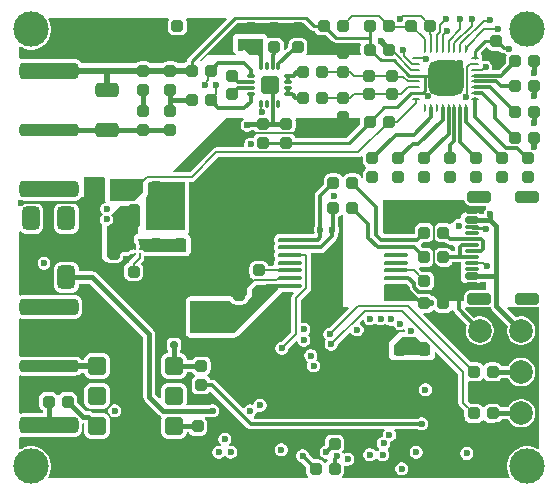
<source format=gtl>
G04*
G04 #@! TF.GenerationSoftware,Altium Limited,Altium Designer,21.6.4 (81)*
G04*
G04 Layer_Physical_Order=1*
G04 Layer_Color=255*
%FSLAX44Y44*%
%MOMM*%
G71*
G04*
G04 #@! TF.SameCoordinates,D5C97574-E224-4ECB-8EF4-D48BC8F4BA3E*
G04*
G04*
G04 #@! TF.FilePolarity,Positive*
G04*
G01*
G75*
%ADD11C,0.2000*%
G04:AMPARAMS|DCode=13|XSize=1.2mm|YSize=0.6mm|CornerRadius=0.15mm|HoleSize=0mm|Usage=FLASHONLY|Rotation=180.000|XOffset=0mm|YOffset=0mm|HoleType=Round|Shape=RoundedRectangle|*
%AMROUNDEDRECTD13*
21,1,1.2000,0.3000,0,0,180.0*
21,1,0.9000,0.6000,0,0,180.0*
1,1,0.3000,-0.4500,0.1500*
1,1,0.3000,0.4500,0.1500*
1,1,0.3000,0.4500,-0.1500*
1,1,0.3000,-0.4500,-0.1500*
%
%ADD13ROUNDEDRECTD13*%
G04:AMPARAMS|DCode=14|XSize=1.2mm|YSize=0.3mm|CornerRadius=0.075mm|HoleSize=0mm|Usage=FLASHONLY|Rotation=180.000|XOffset=0mm|YOffset=0mm|HoleType=Round|Shape=RoundedRectangle|*
%AMROUNDEDRECTD14*
21,1,1.2000,0.1500,0,0,180.0*
21,1,1.0500,0.3000,0,0,180.0*
1,1,0.1500,-0.5250,0.0750*
1,1,0.1500,0.5250,0.0750*
1,1,0.1500,0.5250,-0.0750*
1,1,0.1500,-0.5250,-0.0750*
%
%ADD14ROUNDEDRECTD14*%
G04:AMPARAMS|DCode=15|XSize=1mm|YSize=1mm|CornerRadius=0.25mm|HoleSize=0mm|Usage=FLASHONLY|Rotation=90.000|XOffset=0mm|YOffset=0mm|HoleType=Round|Shape=RoundedRectangle|*
%AMROUNDEDRECTD15*
21,1,1.0000,0.5000,0,0,90.0*
21,1,0.5000,1.0000,0,0,90.0*
1,1,0.5000,0.2500,0.2500*
1,1,0.5000,0.2500,-0.2500*
1,1,0.5000,-0.2500,-0.2500*
1,1,0.5000,-0.2500,0.2500*
%
%ADD15ROUNDEDRECTD15*%
G04:AMPARAMS|DCode=16|XSize=0.6mm|YSize=0.6mm|CornerRadius=0.15mm|HoleSize=0mm|Usage=FLASHONLY|Rotation=270.000|XOffset=0mm|YOffset=0mm|HoleType=Round|Shape=RoundedRectangle|*
%AMROUNDEDRECTD16*
21,1,0.6000,0.3000,0,0,270.0*
21,1,0.3000,0.6000,0,0,270.0*
1,1,0.3000,-0.1500,-0.1500*
1,1,0.3000,-0.1500,0.1500*
1,1,0.3000,0.1500,0.1500*
1,1,0.3000,0.1500,-0.1500*
%
%ADD16ROUNDEDRECTD16*%
G04:AMPARAMS|DCode=17|XSize=0.2mm|YSize=0.2mm|CornerRadius=0.05mm|HoleSize=0mm|Usage=FLASHONLY|Rotation=0.000|XOffset=0mm|YOffset=0mm|HoleType=Round|Shape=RoundedRectangle|*
%AMROUNDEDRECTD17*
21,1,0.2000,0.1000,0,0,0.0*
21,1,0.1000,0.2000,0,0,0.0*
1,1,0.1000,0.0500,-0.0500*
1,1,0.1000,-0.0500,-0.0500*
1,1,0.1000,-0.0500,0.0500*
1,1,0.1000,0.0500,0.0500*
%
%ADD17ROUNDEDRECTD17*%
%ADD18C,0.2000*%
G04:AMPARAMS|DCode=19|XSize=1.6mm|YSize=1.6mm|CornerRadius=0.4mm|HoleSize=0mm|Usage=FLASHONLY|Rotation=0.000|XOffset=0mm|YOffset=0mm|HoleType=Round|Shape=RoundedRectangle|*
%AMROUNDEDRECTD19*
21,1,1.6000,0.8000,0,0,0.0*
21,1,0.8000,1.6000,0,0,0.0*
1,1,0.8000,0.4000,-0.4000*
1,1,0.8000,-0.4000,-0.4000*
1,1,0.8000,-0.4000,0.4000*
1,1,0.8000,0.4000,0.4000*
%
%ADD19ROUNDEDRECTD19*%
G04:AMPARAMS|DCode=20|XSize=1mm|YSize=1mm|CornerRadius=0.25mm|HoleSize=0mm|Usage=FLASHONLY|Rotation=0.000|XOffset=0mm|YOffset=0mm|HoleType=Round|Shape=RoundedRectangle|*
%AMROUNDEDRECTD20*
21,1,1.0000,0.5000,0,0,0.0*
21,1,0.5000,1.0000,0,0,0.0*
1,1,0.5000,0.2500,-0.2500*
1,1,0.5000,-0.2500,-0.2500*
1,1,0.5000,-0.2500,0.2500*
1,1,0.5000,0.2500,0.2500*
%
%ADD20ROUNDEDRECTD20*%
G04:AMPARAMS|DCode=21|XSize=0.6mm|YSize=0.25mm|CornerRadius=0.0625mm|HoleSize=0mm|Usage=FLASHONLY|Rotation=0.000|XOffset=0mm|YOffset=0mm|HoleType=Round|Shape=RoundedRectangle|*
%AMROUNDEDRECTD21*
21,1,0.6000,0.1250,0,0,0.0*
21,1,0.4750,0.2500,0,0,0.0*
1,1,0.1250,0.2375,-0.0625*
1,1,0.1250,-0.2375,-0.0625*
1,1,0.1250,-0.2375,0.0625*
1,1,0.1250,0.2375,0.0625*
%
%ADD21ROUNDEDRECTD21*%
G04:AMPARAMS|DCode=22|XSize=0.6mm|YSize=0.25mm|CornerRadius=0.0625mm|HoleSize=0mm|Usage=FLASHONLY|Rotation=270.000|XOffset=0mm|YOffset=0mm|HoleType=Round|Shape=RoundedRectangle|*
%AMROUNDEDRECTD22*
21,1,0.6000,0.1250,0,0,270.0*
21,1,0.4750,0.2500,0,0,270.0*
1,1,0.1250,-0.0625,-0.2375*
1,1,0.1250,-0.0625,0.2375*
1,1,0.1250,0.0625,0.2375*
1,1,0.1250,0.0625,-0.2375*
%
%ADD22ROUNDEDRECTD22*%
G04:AMPARAMS|DCode=23|XSize=3mm|YSize=3mm|CornerRadius=0.75mm|HoleSize=0mm|Usage=FLASHONLY|Rotation=90.000|XOffset=0mm|YOffset=0mm|HoleType=Round|Shape=RoundedRectangle|*
%AMROUNDEDRECTD23*
21,1,3.0000,1.5000,0,0,90.0*
21,1,1.5000,3.0000,0,0,90.0*
1,1,1.5000,0.7500,0.7500*
1,1,1.5000,0.7500,-0.7500*
1,1,1.5000,-0.7500,-0.7500*
1,1,1.5000,-0.7500,0.7500*
%
%ADD23ROUNDEDRECTD23*%
G04:AMPARAMS|DCode=24|XSize=0.6mm|YSize=0.3mm|CornerRadius=0.075mm|HoleSize=0mm|Usage=FLASHONLY|Rotation=270.000|XOffset=0mm|YOffset=0mm|HoleType=Round|Shape=RoundedRectangle|*
%AMROUNDEDRECTD24*
21,1,0.6000,0.1500,0,0,270.0*
21,1,0.4500,0.3000,0,0,270.0*
1,1,0.1500,-0.0750,-0.2250*
1,1,0.1500,-0.0750,0.2250*
1,1,0.1500,0.0750,0.2250*
1,1,0.1500,0.0750,-0.2250*
%
%ADD24ROUNDEDRECTD24*%
G04:AMPARAMS|DCode=25|XSize=0.6mm|YSize=0.3mm|CornerRadius=0.075mm|HoleSize=0mm|Usage=FLASHONLY|Rotation=180.000|XOffset=0mm|YOffset=0mm|HoleType=Round|Shape=RoundedRectangle|*
%AMROUNDEDRECTD25*
21,1,0.6000,0.1500,0,0,180.0*
21,1,0.4500,0.3000,0,0,180.0*
1,1,0.1500,-0.2250,0.0750*
1,1,0.1500,0.2250,0.0750*
1,1,0.1500,0.2250,-0.0750*
1,1,0.1500,-0.2250,-0.0750*
%
%ADD25ROUNDEDRECTD25*%
G04:AMPARAMS|DCode=26|XSize=1.2mm|YSize=2mm|CornerRadius=0.3mm|HoleSize=0mm|Usage=FLASHONLY|Rotation=90.000|XOffset=0mm|YOffset=0mm|HoleType=Round|Shape=RoundedRectangle|*
%AMROUNDEDRECTD26*
21,1,1.2000,1.4000,0,0,90.0*
21,1,0.6000,2.0000,0,0,90.0*
1,1,0.6000,0.7000,0.3000*
1,1,0.6000,0.7000,-0.3000*
1,1,0.6000,-0.7000,-0.3000*
1,1,0.6000,-0.7000,0.3000*
%
%ADD26ROUNDEDRECTD26*%
G04:AMPARAMS|DCode=27|XSize=2mm|YSize=1.5mm|CornerRadius=0.375mm|HoleSize=0mm|Usage=FLASHONLY|Rotation=270.000|XOffset=0mm|YOffset=0mm|HoleType=Round|Shape=RoundedRectangle|*
%AMROUNDEDRECTD27*
21,1,2.0000,0.7500,0,0,270.0*
21,1,1.2500,1.5000,0,0,270.0*
1,1,0.7500,-0.3750,-0.6250*
1,1,0.7500,-0.3750,0.6250*
1,1,0.7500,0.3750,0.6250*
1,1,0.7500,0.3750,-0.6250*
%
%ADD27ROUNDEDRECTD27*%
G04:AMPARAMS|DCode=28|XSize=2mm|YSize=1mm|CornerRadius=0.25mm|HoleSize=0mm|Usage=FLASHONLY|Rotation=90.000|XOffset=0mm|YOffset=0mm|HoleType=Round|Shape=RoundedRectangle|*
%AMROUNDEDRECTD28*
21,1,2.0000,0.5000,0,0,90.0*
21,1,1.5000,1.0000,0,0,90.0*
1,1,0.5000,0.2500,0.7500*
1,1,0.5000,0.2500,-0.7500*
1,1,0.5000,-0.2500,-0.7500*
1,1,0.5000,-0.2500,0.7500*
%
%ADD28ROUNDEDRECTD28*%
G04:AMPARAMS|DCode=29|XSize=5mm|YSize=1.4mm|CornerRadius=0.35mm|HoleSize=0mm|Usage=FLASHONLY|Rotation=0.000|XOffset=0mm|YOffset=0mm|HoleType=Round|Shape=RoundedRectangle|*
%AMROUNDEDRECTD29*
21,1,5.0000,0.7000,0,0,0.0*
21,1,4.3000,1.4000,0,0,0.0*
1,1,0.7000,2.1500,-0.3500*
1,1,0.7000,-2.1500,-0.3500*
1,1,0.7000,-2.1500,0.3500*
1,1,0.7000,2.1500,0.3500*
%
%ADD29ROUNDEDRECTD29*%
G04:AMPARAMS|DCode=30|XSize=5mm|YSize=1mm|CornerRadius=0.25mm|HoleSize=0mm|Usage=FLASHONLY|Rotation=0.000|XOffset=0mm|YOffset=0mm|HoleType=Round|Shape=RoundedRectangle|*
%AMROUNDEDRECTD30*
21,1,5.0000,0.5000,0,0,0.0*
21,1,4.5000,1.0000,0,0,0.0*
1,1,0.5000,2.2500,-0.2500*
1,1,0.5000,-2.2500,-0.2500*
1,1,0.5000,-2.2500,0.2500*
1,1,0.5000,2.2500,0.2500*
%
%ADD30ROUNDEDRECTD30*%
G04:AMPARAMS|DCode=31|XSize=2mm|YSize=0.4mm|CornerRadius=0.1mm|HoleSize=0mm|Usage=FLASHONLY|Rotation=180.000|XOffset=0mm|YOffset=0mm|HoleType=Round|Shape=RoundedRectangle|*
%AMROUNDEDRECTD31*
21,1,2.0000,0.2000,0,0,180.0*
21,1,1.8000,0.4000,0,0,180.0*
1,1,0.2000,-0.9000,0.1000*
1,1,0.2000,0.9000,0.1000*
1,1,0.2000,0.9000,-0.1000*
1,1,0.2000,-0.9000,-0.1000*
%
%ADD31ROUNDEDRECTD31*%
%ADD63C,0.4000*%
%ADD64C,0.3500*%
%ADD65C,0.3000*%
%ADD66C,0.2200*%
%ADD67C,0.2500*%
%ADD68C,0.5000*%
G04:AMPARAMS|DCode=69|XSize=2mm|YSize=1mm|CornerRadius=0.25mm|HoleSize=0mm|Usage=FLASHONLY|Rotation=180.000|XOffset=0mm|YOffset=0mm|HoleType=Round|Shape=RoundedRectangle|*
%AMROUNDEDRECTD69*
21,1,2.0000,0.5000,0,0,180.0*
21,1,1.5000,1.0000,0,0,180.0*
1,1,0.5000,-0.7500,0.2500*
1,1,0.5000,0.7500,0.2500*
1,1,0.5000,0.7500,-0.2500*
1,1,0.5000,-0.7500,-0.2500*
%
%ADD69ROUNDEDRECTD69*%
%ADD70C,2.0000*%
%ADD71C,3.0000*%
%ADD72C,0.6000*%
G36*
X131344Y394902D02*
X131971Y393632D01*
X131696Y393274D01*
X131142Y391936D01*
X130953Y390500D01*
Y385500D01*
X131142Y384064D01*
X131696Y382726D01*
X132577Y381577D01*
X133726Y380696D01*
X135064Y380142D01*
X136500Y379953D01*
X141500D01*
X142936Y380142D01*
X144274Y380696D01*
X145423Y381577D01*
X146304Y382726D01*
X146858Y384064D01*
X147047Y385500D01*
Y390500D01*
X146858Y391936D01*
X146304Y393274D01*
X146029Y393632D01*
X146656Y394902D01*
X180115D01*
X180601Y393729D01*
X147936Y361064D01*
X146997Y359658D01*
X146667Y358000D01*
Y357694D01*
X145726Y357304D01*
X145330Y357000D01*
X138670D01*
X138274Y357304D01*
X136936Y357858D01*
X135500Y358047D01*
X130500D01*
X129064Y357858D01*
X127726Y357304D01*
X127330Y357000D01*
X115670D01*
X115274Y357304D01*
X113936Y357858D01*
X112500Y358047D01*
X107500D01*
X106064Y357858D01*
X104726Y357304D01*
X104330Y357000D01*
X57007D01*
X56136Y358136D01*
X54778Y359178D01*
X53197Y359833D01*
X51500Y360056D01*
X8500D01*
X6803Y359833D01*
X6368Y359652D01*
X5098Y360501D01*
Y369824D01*
X6218Y370422D01*
X6948Y369935D01*
X10041Y368653D01*
X13326Y368000D01*
X16674D01*
X19959Y368653D01*
X23052Y369935D01*
X25837Y371795D01*
X28205Y374163D01*
X30065Y376948D01*
X31347Y380041D01*
X32000Y383326D01*
Y386674D01*
X31347Y389959D01*
X30065Y393052D01*
X29578Y393782D01*
X30176Y394902D01*
X131344D01*
D02*
G37*
G36*
X251936Y384936D02*
X253342Y383997D01*
X255000Y383667D01*
X255306D01*
X255696Y382726D01*
X256577Y381577D01*
X257726Y380696D01*
X259064Y380142D01*
X260500Y379953D01*
X264919D01*
X269936Y374936D01*
X271342Y373997D01*
X273000Y373667D01*
X293484D01*
X294333Y372397D01*
X294142Y371936D01*
X293953Y370500D01*
Y365500D01*
X294114Y364270D01*
X293819Y363568D01*
X293439Y363000D01*
X248580D01*
X247954Y364270D01*
X248304Y364726D01*
X248858Y366064D01*
X249047Y367500D01*
Y372500D01*
X248858Y373936D01*
X248304Y375274D01*
X247423Y376423D01*
X246274Y377304D01*
X244936Y377858D01*
X243500Y378047D01*
X238500D01*
X237064Y377858D01*
X235726Y377304D01*
X234577Y376423D01*
X233696Y375274D01*
X233142Y373936D01*
X232953Y372500D01*
Y370415D01*
X232873Y370362D01*
X230317Y367806D01*
X229047Y368332D01*
Y372500D01*
X228858Y373936D01*
X228304Y375274D01*
X227423Y376423D01*
X226274Y377304D01*
X224936Y377858D01*
X223500Y378047D01*
X218500D01*
X217064Y377858D01*
X216268Y377529D01*
X215018Y378034D01*
X214835Y378221D01*
X214768Y378561D01*
X213884Y379884D01*
X212561Y380768D01*
X211000Y381078D01*
X190000D01*
X188439Y380768D01*
X187116Y379884D01*
X186232Y378561D01*
X185922Y377000D01*
Y368000D01*
X186232Y366439D01*
X187116Y365116D01*
X188382Y364270D01*
X188400Y364175D01*
X187986Y363000D01*
X164000D01*
X158918Y357918D01*
X158855Y357931D01*
X158437Y359309D01*
X189795Y390667D01*
X246205D01*
X251936Y384936D01*
D02*
G37*
G36*
X211000Y363000D02*
X200000D01*
X195000Y368000D01*
X190000D01*
Y377000D01*
X211000D01*
Y363000D01*
D02*
G37*
G36*
X400949Y369729D02*
X401876Y369492D01*
X402577Y368577D01*
X403726Y367696D01*
X405064Y367142D01*
X406500Y366953D01*
X411500D01*
X411585Y366964D01*
X412344Y366204D01*
X413750Y365265D01*
X415408Y364935D01*
X415965D01*
X416703Y364198D01*
X417617Y363670D01*
X417696Y363274D01*
X417142Y361936D01*
X416953Y360500D01*
Y356441D01*
X411100Y350588D01*
X406198D01*
X405223Y351858D01*
X405346Y352316D01*
Y353764D01*
X404971Y355163D01*
X404247Y356417D01*
X403223Y357441D01*
X401969Y358165D01*
X400570Y358540D01*
X399122D01*
X397799Y358186D01*
X397325Y358504D01*
X397296Y358529D01*
X396819Y359110D01*
X397071Y360375D01*
Y361625D01*
X396790Y363039D01*
X395989Y364238D01*
X396208Y365620D01*
X400319Y369731D01*
X400949Y369729D01*
D02*
G37*
G36*
X293953Y309500D02*
Y305081D01*
X282205Y293333D01*
X238694D01*
X238304Y294274D01*
X237423Y295423D01*
X236274Y296304D01*
X236253Y296313D01*
Y297687D01*
X236274Y297696D01*
X237423Y298577D01*
X238304Y299726D01*
X238858Y301064D01*
X239047Y302500D01*
Y307500D01*
X238885Y308730D01*
X239181Y309432D01*
X239561Y310000D01*
X293514D01*
X293953Y309500D01*
D02*
G37*
G36*
X195193Y308730D02*
X194623Y308401D01*
X193599Y307377D01*
X192875Y306123D01*
X192500Y304724D01*
Y303276D01*
X192875Y301877D01*
X193599Y300623D01*
X194623Y299599D01*
X195877Y298875D01*
X197276Y298500D01*
X198724D01*
X200123Y298875D01*
X201377Y299599D01*
X201680Y299902D01*
X203623D01*
X203696Y299726D01*
X204577Y298577D01*
X205726Y297696D01*
X205747Y297687D01*
Y296313D01*
X205726Y296304D01*
X204577Y295423D01*
X203696Y294274D01*
X203236Y293164D01*
X203123Y293125D01*
X201724Y293500D01*
X200276D01*
X198877Y293125D01*
X197623Y292401D01*
X196599Y291377D01*
X195875Y290123D01*
X195500Y288724D01*
Y287276D01*
X195749Y286348D01*
X195009Y285078D01*
X172000D01*
X172000Y285078D01*
X170439Y284768D01*
X169116Y283884D01*
X169116Y283884D01*
X149311Y264078D01*
X135738D01*
X135252Y265252D01*
X180000Y310000D01*
X194852D01*
X195193Y308730D01*
D02*
G37*
G36*
X295392Y277771D02*
X295953Y277389D01*
Y273500D01*
X296142Y272064D01*
X296696Y270726D01*
X297577Y269577D01*
X298726Y268696D01*
X298747Y268687D01*
Y267313D01*
X298726Y267304D01*
X297577Y266423D01*
X296696Y265274D01*
X296142Y263936D01*
X295953Y262500D01*
Y259613D01*
X294683Y259360D01*
X294304Y260274D01*
X293423Y261423D01*
X292274Y262304D01*
X290936Y262858D01*
X289500Y263047D01*
X284500D01*
X283064Y262858D01*
X281726Y262304D01*
X280577Y261423D01*
X279696Y260274D01*
X279687Y260253D01*
X278313D01*
X278304Y260274D01*
X277423Y261423D01*
X276274Y262304D01*
X274936Y262858D01*
X273500Y263047D01*
X268500D01*
X267064Y262858D01*
X265726Y262304D01*
X264577Y261423D01*
X263696Y260274D01*
X263142Y258936D01*
X262953Y257500D01*
Y253802D01*
X256575Y247425D01*
X255526Y245853D01*
X255157Y244000D01*
Y218151D01*
X254875Y217663D01*
X254500Y216264D01*
Y214816D01*
X254875Y213417D01*
X255050Y213113D01*
X254641Y211843D01*
X244183D01*
X243000Y212078D01*
X225000D01*
X223439Y211768D01*
X222116Y210884D01*
X221232Y209561D01*
X220922Y208000D01*
Y206000D01*
X221232Y204439D01*
X221693Y203750D01*
X221232Y203061D01*
X220922Y201500D01*
Y199500D01*
X221232Y197939D01*
X221693Y197250D01*
X221232Y196561D01*
X220922Y195000D01*
Y193000D01*
X221232Y191439D01*
X221693Y190750D01*
X221232Y190061D01*
X220922Y188500D01*
Y186500D01*
X221009Y186060D01*
X220203Y185078D01*
X215799D01*
X215304Y186274D01*
X214423Y187423D01*
X213274Y188304D01*
X211936Y188858D01*
X210500Y189047D01*
X205500D01*
X204064Y188858D01*
X202726Y188304D01*
X201577Y187423D01*
X200696Y186274D01*
X200142Y184936D01*
X199953Y183500D01*
Y178500D01*
X200142Y177064D01*
X200696Y175726D01*
X201577Y174577D01*
X202726Y173696D01*
X203110Y173537D01*
X203251Y172104D01*
X202806Y171805D01*
X202805Y171805D01*
X199116Y168116D01*
X198232Y166793D01*
X197922Y165232D01*
X197922Y165232D01*
Y160612D01*
X195774Y158465D01*
X194890Y157142D01*
X194742Y156783D01*
X194514Y156486D01*
X194217Y156258D01*
X193871Y156115D01*
X193233Y156031D01*
X188767D01*
X188129Y156115D01*
X187783Y156258D01*
X187486Y156486D01*
X186931Y157209D01*
X186892Y157244D01*
X186470Y157876D01*
X185147Y158760D01*
X183586Y159070D01*
X167992D01*
X149992Y159070D01*
X148431Y158760D01*
X147108Y157876D01*
X146224Y156553D01*
X145914Y154992D01*
Y128000D01*
X146224Y126439D01*
X147108Y125116D01*
X148431Y124232D01*
X149992Y123922D01*
X187000D01*
X187000Y123922D01*
X188561Y124232D01*
X189884Y125116D01*
X189884Y125116D01*
X227384Y162616D01*
X227588Y162922D01*
X237151D01*
X237638Y161748D01*
X236576Y160687D01*
X235692Y159364D01*
X235382Y157803D01*
X235382Y157803D01*
Y128689D01*
X227192Y120500D01*
X226736D01*
X225337Y120125D01*
X224083Y119401D01*
X223059Y118377D01*
X222335Y117123D01*
X221960Y115724D01*
Y114276D01*
X222335Y112877D01*
X223059Y111623D01*
X224083Y110599D01*
X225337Y109875D01*
X226736Y109500D01*
X228184D01*
X229583Y109875D01*
X230837Y110599D01*
X231861Y111623D01*
X232585Y112877D01*
X232960Y114276D01*
Y114732D01*
X239288Y121060D01*
X240669Y120645D01*
X240875Y119877D01*
X241599Y118623D01*
X242623Y117599D01*
X243877Y116875D01*
X245276Y116500D01*
X246724D01*
X248123Y116875D01*
X249377Y117599D01*
X250401Y118623D01*
X251125Y119877D01*
X251500Y121276D01*
Y122724D01*
X251125Y124123D01*
X250401Y125377D01*
X250128Y125650D01*
X249455Y126500D01*
X250128Y127350D01*
X250401Y127623D01*
X251125Y128877D01*
X251500Y130276D01*
Y131724D01*
X251125Y133123D01*
X250401Y134377D01*
X249377Y135401D01*
X248123Y136125D01*
X246724Y136500D01*
X245276D01*
X244808Y136375D01*
X243538Y137344D01*
Y156114D01*
X250884Y163459D01*
X250884Y163459D01*
X251768Y164782D01*
X252078Y166343D01*
Y192828D01*
X252078Y192828D01*
X251768Y194389D01*
X252346Y195657D01*
X260500D01*
X262353Y196026D01*
X263925Y197075D01*
X273299Y206450D01*
X274349Y208021D01*
X274718Y209875D01*
Y212554D01*
X275474Y213687D01*
X275843Y215540D01*
X275474Y217393D01*
X275281Y217682D01*
Y226285D01*
X276274Y226696D01*
X277423Y227577D01*
X277730Y227978D01*
X279000Y227547D01*
Y150000D01*
X283493D01*
X283979Y148827D01*
X267718Y132565D01*
X267261D01*
X265862Y132190D01*
X264608Y131466D01*
X263584Y130442D01*
X262860Y129188D01*
X262485Y127789D01*
Y126341D01*
X262860Y124942D01*
X263584Y123688D01*
X264608Y122664D01*
X264270Y121393D01*
X263875Y120709D01*
X263500Y119310D01*
Y117862D01*
X263875Y116463D01*
X264599Y115209D01*
X265623Y114185D01*
X266877Y113461D01*
X268276Y113086D01*
X269724D01*
X271123Y113461D01*
X272377Y114185D01*
X273401Y115209D01*
X274125Y116463D01*
X274500Y117862D01*
Y118318D01*
X284827Y128645D01*
X286201Y128223D01*
X286749Y127273D01*
X287773Y126249D01*
X289028Y125525D01*
X290426Y125150D01*
X291875D01*
X293273Y125525D01*
X294528Y126249D01*
X295552Y127273D01*
X296276Y128528D01*
X296651Y129926D01*
Y131375D01*
X296276Y132773D01*
X295552Y134028D01*
X294528Y135052D01*
X293578Y135600D01*
X293156Y136974D01*
X295295Y139113D01*
X296659Y138681D01*
X296875Y137877D01*
X297599Y136623D01*
X298623Y135599D01*
X299877Y134875D01*
X301276Y134500D01*
X302724D01*
X304123Y134875D01*
X305377Y135599D01*
X305650Y135872D01*
X306500Y136545D01*
X307350Y135872D01*
X307623Y135599D01*
X308877Y134875D01*
X310276Y134500D01*
X311724D01*
X313123Y134875D01*
X314377Y135599D01*
X315898Y135324D01*
X316147Y135075D01*
X317401Y134351D01*
X318800Y133976D01*
X320248D01*
X320978Y134172D01*
X322217Y133917D01*
X322941Y132663D01*
X323965Y131639D01*
X325219Y130915D01*
X326618Y130540D01*
X328066D01*
X329465Y130915D01*
X330109Y131287D01*
X330733Y130974D01*
X331269Y130490D01*
Y129258D01*
X331130Y129078D01*
X329000D01*
X327439Y128768D01*
X326116Y127884D01*
X326116Y127884D01*
X319116Y120884D01*
X319116Y120884D01*
X318232Y119561D01*
X317922Y118000D01*
X317922Y118000D01*
Y109000D01*
X318232Y107439D01*
X319116Y106116D01*
X320439Y105232D01*
X322000Y104922D01*
X353000D01*
X354561Y105232D01*
X355884Y106116D01*
X356768Y107439D01*
X357078Y109000D01*
Y111495D01*
X358252Y111981D01*
X376922Y93311D01*
Y69000D01*
X376922Y69000D01*
X377232Y67439D01*
X378116Y66116D01*
X381953Y62280D01*
Y57500D01*
X382142Y56064D01*
X382696Y54726D01*
X383577Y53577D01*
X384726Y52696D01*
X386064Y52142D01*
X387500Y51953D01*
X392500D01*
X393936Y52142D01*
X395274Y52696D01*
X396423Y53577D01*
X397304Y54726D01*
X397313Y54747D01*
X398687D01*
X398696Y54726D01*
X399577Y53577D01*
X400726Y52696D01*
X402064Y52142D01*
X403500Y51953D01*
X408500D01*
X409936Y52142D01*
X411274Y52696D01*
X412423Y53577D01*
X413304Y54726D01*
X413377Y54902D01*
X419123D01*
X419366Y54316D01*
X420679Y52350D01*
X422350Y50679D01*
X424316Y49366D01*
X426500Y48461D01*
X428818Y48000D01*
X431182D01*
X433500Y48461D01*
X435684Y49366D01*
X437650Y50679D01*
X439321Y52350D01*
X440634Y54316D01*
X441539Y56500D01*
X442000Y58818D01*
Y61182D01*
X441539Y63500D01*
X440634Y65684D01*
X439321Y67649D01*
X437650Y69321D01*
X435684Y70634D01*
X433500Y71539D01*
X431182Y72000D01*
X428818D01*
X426500Y71539D01*
X424316Y70634D01*
X422350Y69321D01*
X420679Y67649D01*
X419366Y65684D01*
X419123Y65098D01*
X413377D01*
X413304Y65274D01*
X412423Y66423D01*
X411274Y67304D01*
X409936Y67858D01*
X408500Y68047D01*
X403500D01*
X402064Y67858D01*
X400726Y67304D01*
X399577Y66423D01*
X398696Y65274D01*
X398687Y65253D01*
X397313D01*
X397304Y65274D01*
X396423Y66423D01*
X395274Y67304D01*
X393936Y67858D01*
X392500Y68047D01*
X387720D01*
X385078Y70689D01*
Y86356D01*
X386348Y87104D01*
X387500Y86953D01*
X392500D01*
X393936Y87142D01*
X395274Y87696D01*
X396423Y88577D01*
X397304Y89726D01*
X397313Y89747D01*
X398687D01*
X398696Y89726D01*
X399577Y88577D01*
X400726Y87696D01*
X402064Y87142D01*
X403500Y86953D01*
X408500D01*
X409936Y87142D01*
X411274Y87696D01*
X412423Y88577D01*
X413304Y89726D01*
X413377Y89902D01*
X419123D01*
X419366Y89316D01*
X420679Y87350D01*
X422350Y85679D01*
X424316Y84366D01*
X426500Y83461D01*
X428818Y83000D01*
X431182D01*
X433500Y83461D01*
X435684Y84366D01*
X437650Y85679D01*
X439321Y87350D01*
X440634Y89316D01*
X441539Y91500D01*
X442000Y93818D01*
Y96182D01*
X441539Y98500D01*
X440634Y100684D01*
X439321Y102650D01*
X437650Y104321D01*
X435684Y105634D01*
X433500Y106539D01*
X431182Y107000D01*
X428818D01*
X426500Y106539D01*
X424316Y105634D01*
X422350Y104321D01*
X420679Y102650D01*
X419366Y100684D01*
X419123Y100098D01*
X413377D01*
X413304Y100274D01*
X412423Y101423D01*
X411274Y102304D01*
X409936Y102858D01*
X408500Y103047D01*
X403500D01*
X402064Y102858D01*
X400726Y102304D01*
X399577Y101423D01*
X398696Y100274D01*
X398687Y100253D01*
X397313D01*
X397304Y100274D01*
X396423Y101423D01*
X395274Y102304D01*
X393936Y102858D01*
X392500Y103047D01*
X387720D01*
X346988Y143779D01*
X347474Y144953D01*
X350500D01*
X351936Y145142D01*
X353274Y145696D01*
X354423Y146577D01*
X355304Y147726D01*
X355313Y147747D01*
X356687D01*
X356696Y147726D01*
X357577Y146577D01*
X358726Y145696D01*
X360064Y145142D01*
X361500Y144953D01*
X366500D01*
X367936Y145142D01*
X369274Y145696D01*
X370423Y146577D01*
X371199Y147589D01*
X371755Y147599D01*
X372535Y147380D01*
X372761Y146244D01*
X373756Y144756D01*
X383915Y134596D01*
X383461Y133500D01*
X383000Y131182D01*
Y128818D01*
X383461Y126500D01*
X384366Y124316D01*
X385679Y122350D01*
X387350Y120679D01*
X389316Y119366D01*
X391500Y118461D01*
X393818Y118000D01*
X396182D01*
X398500Y118461D01*
X400684Y119366D01*
X402650Y120679D01*
X404321Y122350D01*
X405634Y124316D01*
X406539Y126500D01*
X407000Y128818D01*
Y131182D01*
X406539Y133500D01*
X405634Y135684D01*
X404321Y137650D01*
X402650Y139321D01*
X400684Y140634D01*
X398500Y141539D01*
X396182Y142000D01*
X393818D01*
X391500Y141539D01*
X390404Y141085D01*
X382759Y148730D01*
X383285Y150000D01*
X386057D01*
X386500Y149912D01*
X401500D01*
X401943Y150000D01*
X404101D01*
X404290Y149049D01*
X405395Y147395D01*
X418704Y134086D01*
X418461Y133500D01*
X418000Y131182D01*
Y128818D01*
X418461Y126500D01*
X419366Y124316D01*
X420679Y122350D01*
X422350Y120679D01*
X424316Y119366D01*
X426500Y118461D01*
X428818Y118000D01*
X431182D01*
X433500Y118461D01*
X435684Y119366D01*
X437650Y120679D01*
X439321Y122350D01*
X440634Y124316D01*
X441539Y126500D01*
X442000Y128818D01*
Y131182D01*
X441539Y133500D01*
X440634Y135684D01*
X439321Y137650D01*
X437650Y139321D01*
X435684Y140634D01*
X433500Y141539D01*
X431182Y142000D01*
X428818D01*
X426500Y141539D01*
X425914Y141296D01*
X418383Y148827D01*
X418869Y150000D01*
X427057D01*
X427500Y149912D01*
X442500D01*
X442943Y150000D01*
X444902D01*
Y30176D01*
X443782Y29578D01*
X443052Y30065D01*
X439959Y31347D01*
X436674Y32000D01*
X433326D01*
X430041Y31347D01*
X426948Y30065D01*
X424163Y28205D01*
X421795Y25837D01*
X419935Y23052D01*
X418653Y19959D01*
X418000Y16674D01*
Y13326D01*
X418653Y10041D01*
X419935Y6948D01*
X420422Y6218D01*
X419824Y5098D01*
X278581D01*
X278150Y6368D01*
X278423Y6577D01*
X279304Y7726D01*
X279858Y9064D01*
X280047Y10500D01*
Y14887D01*
X280320Y15212D01*
X281095Y15721D01*
X281294Y15763D01*
X282276Y15500D01*
X283724D01*
X285123Y15875D01*
X286377Y16599D01*
X287401Y17623D01*
X288125Y18877D01*
X288500Y20276D01*
Y21724D01*
X288125Y23123D01*
X287401Y24377D01*
X286377Y25401D01*
X285123Y26125D01*
X283724Y26500D01*
X282276D01*
X280877Y26125D01*
X280498Y25906D01*
X279150Y26119D01*
X278966Y26399D01*
X278401Y27377D01*
X278414Y27571D01*
X278423Y27577D01*
X279304Y28726D01*
X279858Y30064D01*
X280047Y31500D01*
Y36500D01*
X279858Y37936D01*
X279304Y39274D01*
X278423Y40423D01*
X277274Y41304D01*
X275936Y41858D01*
X274500Y42047D01*
X269500D01*
X268064Y41858D01*
X266726Y41304D01*
X265577Y40423D01*
X264696Y39274D01*
X264142Y37936D01*
X263953Y36500D01*
Y32441D01*
X263915Y32403D01*
X262877Y32125D01*
X261623Y31401D01*
X260599Y30377D01*
X259875Y29123D01*
X259500Y27724D01*
Y26276D01*
X259875Y24877D01*
X260599Y23623D01*
X261623Y22599D01*
X262877Y21875D01*
X264276Y21500D01*
X265439D01*
X266274Y20778D01*
X266469Y20385D01*
X266299Y19977D01*
X265577Y19423D01*
X264696Y18274D01*
X264687Y18253D01*
X263313D01*
X263304Y18274D01*
X262423Y19423D01*
X261274Y20304D01*
X259936Y20858D01*
X258500Y21047D01*
X254441D01*
X250403Y25085D01*
X250125Y26123D01*
X249401Y27377D01*
X248377Y28401D01*
X247123Y29125D01*
X245724Y29500D01*
X244276D01*
X242877Y29125D01*
X241623Y28401D01*
X240599Y27377D01*
X239875Y26123D01*
X239500Y24724D01*
Y23276D01*
X239875Y21877D01*
X240599Y20623D01*
X241623Y19599D01*
X242877Y18875D01*
X243915Y18597D01*
X247953Y14559D01*
Y10500D01*
X248142Y9064D01*
X248696Y7726D01*
X249577Y6577D01*
X249850Y6368D01*
X249419Y5098D01*
X30176Y5098D01*
X29578Y6218D01*
X30065Y6948D01*
X31347Y10041D01*
X32000Y13326D01*
Y16674D01*
X31347Y19959D01*
X30065Y23052D01*
X28205Y25837D01*
X25837Y28205D01*
X23052Y30065D01*
X19959Y31347D01*
X16674Y32000D01*
X13326D01*
X10041Y31347D01*
X6948Y30065D01*
X6218Y29578D01*
X5098Y30176D01*
Y39499D01*
X6368Y40348D01*
X6803Y40167D01*
X8500Y39944D01*
X51500D01*
X53197Y40167D01*
X54778Y40822D01*
X56136Y41864D01*
X57178Y43222D01*
X57833Y44803D01*
X58056Y46500D01*
Y50994D01*
X59157Y51899D01*
X59940Y51745D01*
Y45200D01*
X60180Y43373D01*
X60886Y41670D01*
X62008Y40208D01*
X63470Y39086D01*
X65173Y38380D01*
X67000Y38140D01*
X75000D01*
X76827Y38380D01*
X78530Y39086D01*
X79992Y40208D01*
X81115Y41670D01*
X81820Y43373D01*
X82060Y45200D01*
Y53200D01*
X81820Y55027D01*
X81115Y56730D01*
X79992Y58192D01*
X78530Y59314D01*
X76827Y60020D01*
X75000Y60260D01*
X67149D01*
X66605Y60805D01*
X64951Y61910D01*
X63000Y62298D01*
X60912D01*
X54047Y69162D01*
Y72500D01*
X53858Y73936D01*
X53304Y75274D01*
X52423Y76423D01*
X51274Y77304D01*
X49936Y77858D01*
X48500Y78047D01*
X43500D01*
X42064Y77858D01*
X40726Y77304D01*
X39577Y76423D01*
X38696Y75274D01*
X38687Y75253D01*
X37313D01*
X37304Y75274D01*
X36423Y76423D01*
X35274Y77304D01*
X33936Y77858D01*
X32500Y78047D01*
X27500D01*
X26064Y77858D01*
X24726Y77304D01*
X23577Y76423D01*
X22696Y75274D01*
X22142Y73936D01*
X21953Y72500D01*
Y67500D01*
X22142Y66064D01*
X22696Y64726D01*
X23577Y63577D01*
X24726Y62696D01*
X24902Y62623D01*
Y60056D01*
X8500D01*
X6803Y59833D01*
X6368Y59652D01*
X5098Y60501D01*
Y91345D01*
X6368Y92102D01*
X7500Y91953D01*
X52500D01*
X53936Y92142D01*
X55274Y92696D01*
X56423Y93577D01*
X57094Y94453D01*
X60143D01*
X60180Y94173D01*
X60886Y92470D01*
X62008Y91008D01*
X63470Y89886D01*
X65173Y89180D01*
X67000Y88940D01*
X75000D01*
X76827Y89180D01*
X78530Y89886D01*
X79992Y91008D01*
X81115Y92470D01*
X81820Y94173D01*
X82060Y96000D01*
Y104000D01*
X81820Y105827D01*
X81115Y107530D01*
X79992Y108992D01*
X78530Y110114D01*
X76827Y110820D01*
X75000Y111060D01*
X67000D01*
X65173Y110820D01*
X63470Y110114D01*
X62008Y108992D01*
X60886Y107530D01*
X60180Y105827D01*
X60143Y105547D01*
X57094D01*
X56423Y106423D01*
X55274Y107304D01*
X53936Y107858D01*
X52500Y108047D01*
X7500D01*
X6368Y107898D01*
X5098Y108655D01*
Y139499D01*
X6368Y140348D01*
X6803Y140167D01*
X8500Y139944D01*
X51500D01*
X53197Y140167D01*
X54778Y140822D01*
X56136Y141864D01*
X57178Y143222D01*
X57833Y144803D01*
X58056Y146500D01*
Y153500D01*
X57833Y155197D01*
X57178Y156778D01*
X56136Y158136D01*
X54778Y159178D01*
X53197Y159833D01*
X51500Y160056D01*
X8500D01*
X6803Y159833D01*
X6368Y159652D01*
X5098Y160501D01*
Y213593D01*
X6368Y214025D01*
X6436Y213936D01*
X7846Y212854D01*
X9488Y212174D01*
X11250Y211942D01*
X18750D01*
X20512Y212174D01*
X22154Y212854D01*
X23564Y213936D01*
X24646Y215346D01*
X25326Y216988D01*
X25558Y218750D01*
Y231250D01*
X25326Y233012D01*
X24646Y234654D01*
X23564Y236064D01*
X22154Y237146D01*
X20512Y237826D01*
X18750Y238058D01*
X11250D01*
X9488Y237826D01*
X7846Y237146D01*
X6436Y236064D01*
X6368Y235975D01*
X5098Y236407D01*
Y239499D01*
X6368Y240348D01*
X6803Y240167D01*
X8500Y239944D01*
X51500D01*
X53197Y240167D01*
X54778Y240822D01*
X56136Y241864D01*
X57007Y243000D01*
X60000D01*
Y260000D01*
X77114D01*
X78067Y258730D01*
X77922Y258000D01*
Y240000D01*
X78223Y238486D01*
X76877Y238125D01*
X75623Y237401D01*
X74599Y236377D01*
X73875Y235123D01*
X73500Y233724D01*
Y232276D01*
X73875Y230877D01*
X74599Y229623D01*
X74795Y229426D01*
X75551Y228524D01*
X74803Y227740D01*
X74543Y227481D01*
X73819Y226226D01*
X73444Y224828D01*
Y223379D01*
X73819Y221981D01*
X74543Y220727D01*
X75211Y220059D01*
X74922Y218604D01*
Y192000D01*
X75232Y190439D01*
X76116Y189116D01*
X77439Y188232D01*
X79000Y187922D01*
X79432D01*
X79726Y187696D01*
X81064Y187142D01*
X82500Y186953D01*
X87500D01*
X88936Y187142D01*
X90274Y187696D01*
X91423Y188577D01*
X92304Y189726D01*
X92858Y191064D01*
X92938Y191671D01*
X94189Y192922D01*
X97297D01*
X97691Y193000D01*
X98093D01*
X98464Y193154D01*
X98858Y193232D01*
X99192Y193455D01*
X99563Y193609D01*
X99937Y193859D01*
X100698Y194010D01*
X100698D01*
X100698Y194010D01*
X100702Y194011D01*
X101102D01*
X102084Y193198D01*
X102137Y193113D01*
X102243Y192530D01*
X102231Y192498D01*
X99116Y189384D01*
X98232Y188061D01*
X98195Y187876D01*
X98064Y187858D01*
X96726Y187304D01*
X95577Y186423D01*
X94696Y185274D01*
X94142Y183936D01*
X93953Y182500D01*
Y177500D01*
X94142Y176064D01*
X94696Y174726D01*
X95577Y173577D01*
X96726Y172696D01*
X98064Y172142D01*
X99500Y171953D01*
X104500D01*
X105936Y172142D01*
X107274Y172696D01*
X108423Y173577D01*
X109304Y174726D01*
X109858Y176064D01*
X110047Y177500D01*
Y182500D01*
X109858Y183936D01*
X109304Y185274D01*
X108423Y186423D01*
X108378Y187110D01*
X109884Y188616D01*
X109884Y188616D01*
X110768Y189939D01*
X111078Y191500D01*
Y192922D01*
X146000D01*
X147561Y193232D01*
X148884Y194116D01*
X149768Y195439D01*
X150078Y197000D01*
Y208000D01*
X149768Y209561D01*
X148884Y210884D01*
X148599Y211074D01*
X147884Y212116D01*
X148768Y213439D01*
X149078Y215000D01*
Y255922D01*
X151000D01*
X151000Y255922D01*
X152561Y256232D01*
X153884Y257116D01*
X173689Y276922D01*
X292000D01*
X292000Y276922D01*
X293561Y277232D01*
X294683Y277982D01*
X295392Y277771D01*
D02*
G37*
G36*
X110000Y247000D02*
X103047Y240047D01*
X99500D01*
X99140Y240000D01*
X82000D01*
Y258000D01*
X110000D01*
Y247000D01*
D02*
G37*
G36*
X105431Y235408D02*
X106000Y234804D01*
Y212078D01*
X104439Y211768D01*
X103116Y210884D01*
X102232Y209561D01*
X101922Y208000D01*
Y206039D01*
X102000Y205646D01*
X102000Y205244D01*
X102154Y204873D01*
X102232Y204478D01*
X102455Y204145D01*
X102608Y203774D01*
X102647Y203735D01*
X102955Y203274D01*
X102966Y203221D01*
X102922Y203000D01*
X103000Y202606D01*
Y199394D01*
X102935Y199065D01*
X102606Y199000D01*
X102204D01*
X101833Y198846D01*
X101439Y198768D01*
X101105Y198545D01*
X100734Y198391D01*
X100450Y198107D01*
X100306Y198011D01*
X99907D01*
X99907Y198011D01*
X98346Y197701D01*
X97297Y197000D01*
X92500D01*
X87500Y192000D01*
X79000D01*
Y218604D01*
X79668D01*
X81067Y218978D01*
X82321Y219702D01*
X83345Y220727D01*
X84069Y221981D01*
X84444Y223379D01*
Y224828D01*
X84069Y226226D01*
X83345Y227481D01*
X82913Y227913D01*
X90922Y235922D01*
X99140D01*
X99403Y235974D01*
X99672Y235957D01*
X99767Y235969D01*
X103047D01*
X103047Y235969D01*
X104000Y236159D01*
X105431Y235408D01*
D02*
G37*
G36*
X381912Y240500D02*
X382261Y238744D01*
X383256Y237256D01*
X384744Y236261D01*
X386500Y235912D01*
X400000D01*
Y232778D01*
X399599Y232377D01*
X398875Y231123D01*
X398500Y229724D01*
Y229098D01*
X395215D01*
X394256Y229739D01*
X392500Y230088D01*
X383500D01*
X381744Y229739D01*
X380256Y228744D01*
X379261Y227256D01*
X379054Y226214D01*
X377724Y224500D01*
X376276D01*
X374877Y224125D01*
X373623Y223401D01*
X372599Y222377D01*
X371875Y221123D01*
X371781Y220772D01*
X371775Y220766D01*
X369592Y220060D01*
X369274Y220304D01*
X367936Y220858D01*
X366500Y221047D01*
X361500D01*
X360064Y220858D01*
X358726Y220304D01*
X357577Y219423D01*
X357198Y218928D01*
X356762Y218777D01*
X355238D01*
X354802Y218928D01*
X354423Y219423D01*
X353274Y220304D01*
X351936Y220858D01*
X350500Y221047D01*
X345500D01*
X344064Y220858D01*
X342726Y220304D01*
X341577Y219423D01*
X340696Y218274D01*
X340142Y216936D01*
X339953Y215500D01*
Y211843D01*
X334183D01*
X333000Y212078D01*
X315000D01*
X313000Y213519D01*
Y241000D01*
X381912D01*
Y240500D01*
D02*
G37*
G36*
X145000Y215000D02*
X112000D01*
Y243232D01*
X112884Y244116D01*
X113768Y245439D01*
X113819Y245698D01*
X114078Y247000D01*
X114078Y247000D01*
Y255311D01*
X114689Y255922D01*
X145000D01*
Y215000D01*
D02*
G37*
G36*
X357198Y207072D02*
X357577Y206577D01*
X358726Y205696D01*
X360064Y205142D01*
X361500Y204953D01*
X365559D01*
X366256Y204256D01*
X367744Y203261D01*
X369500Y202912D01*
X372065D01*
X373695Y200912D01*
X373662Y200743D01*
Y197088D01*
X371381D01*
X371304Y197274D01*
X370423Y198423D01*
X369274Y199304D01*
X367936Y199858D01*
X366500Y200047D01*
X361500D01*
X360064Y199858D01*
X358726Y199304D01*
X357577Y198423D01*
X357198Y197928D01*
X356762Y197777D01*
X355238D01*
X354802Y197928D01*
X354423Y198423D01*
X353274Y199304D01*
X351936Y199858D01*
X350500Y200047D01*
X346802D01*
X345232Y201617D01*
X345424Y203575D01*
X346802Y204953D01*
X350500D01*
X351936Y205142D01*
X353274Y205696D01*
X354423Y206577D01*
X354802Y207072D01*
X355238Y207223D01*
X356762D01*
X357198Y207072D01*
D02*
G37*
G36*
X146000Y197000D02*
X110501D01*
X110391Y197266D01*
X110107Y197550D01*
X109884Y197884D01*
X109550Y198107D01*
X109266Y198391D01*
X108895Y198545D01*
X108561Y198768D01*
X108167Y198846D01*
X107796Y199000D01*
X107394D01*
X107078Y199063D01*
Y203000D01*
X107069Y203049D01*
Y203500D01*
X106797Y204866D01*
X106023Y206023D01*
X106000Y206039D01*
Y208000D01*
X146000D01*
Y197000D01*
D02*
G37*
G36*
X378250Y187912D02*
X378927D01*
Y186750D01*
X379218Y185287D01*
X379409Y185000D01*
X379218Y184713D01*
X378927Y183250D01*
Y181750D01*
X379218Y180287D01*
X379584Y179739D01*
X379261Y179256D01*
X378912Y177500D01*
Y174500D01*
X379261Y172744D01*
X380256Y171256D01*
X381744Y170261D01*
X383500Y169912D01*
X392500D01*
X394256Y170261D01*
X395215Y170902D01*
X400000D01*
Y164088D01*
X386500D01*
X384744Y163739D01*
X383256Y162744D01*
X382261Y161256D01*
X381912Y159500D01*
Y155000D01*
X359376D01*
X359125Y155935D01*
X358401Y157189D01*
X357377Y158213D01*
X356123Y158937D01*
X354724Y159312D01*
X354507D01*
X354423Y159423D01*
X353274Y160304D01*
X351936Y160858D01*
X350500Y161047D01*
X345500D01*
X344332Y160894D01*
X342672Y162554D01*
X343804Y164249D01*
X344064Y164142D01*
X345500Y163953D01*
X350500D01*
X351936Y164142D01*
X353274Y164696D01*
X354423Y165577D01*
X355304Y166726D01*
X355858Y168064D01*
X356047Y169500D01*
Y174500D01*
X355858Y175936D01*
X355304Y177274D01*
X354423Y178423D01*
X353274Y179304D01*
X351936Y179858D01*
X350500Y180047D01*
X345720D01*
X343474Y182294D01*
X343658Y182869D01*
X344514Y184082D01*
X345500Y183953D01*
X350500D01*
X351936Y184142D01*
X353274Y184696D01*
X354423Y185577D01*
X354802Y186072D01*
X355238Y186223D01*
X356762D01*
X357198Y186072D01*
X357577Y185577D01*
X358726Y184696D01*
X360064Y184142D01*
X361500Y183953D01*
X366500D01*
X367936Y184142D01*
X369274Y184696D01*
X370423Y185577D01*
X371304Y186726D01*
X371795Y187912D01*
X378250D01*
X378250Y187912D01*
D02*
G37*
G36*
X334068Y167621D02*
Y166868D01*
X335495Y163424D01*
X339364Y159556D01*
X339676Y159426D01*
X341270Y157832D01*
X341546Y157718D01*
X341696Y157459D01*
X343043Y157098D01*
X343279Y157000D01*
X342881Y155000D01*
X334796D01*
X334000Y155330D01*
X313500D01*
Y168168D01*
X315000Y169170D01*
X333000D01*
X334068Y167621D01*
D02*
G37*
G36*
X222500Y168922D02*
X224437Y167472D01*
X224500Y167303D01*
Y165500D01*
X187000Y128000D01*
X149992D01*
Y154992D01*
X167992Y154992D01*
X183586D01*
X183696Y154726D01*
X184577Y153577D01*
X185726Y152696D01*
X187064Y152142D01*
X188500Y151953D01*
X193500D01*
X194936Y152142D01*
X196274Y152696D01*
X197423Y153577D01*
X198304Y154726D01*
X198658Y155581D01*
X202000Y158923D01*
Y165232D01*
X205689Y168922D01*
X222500D01*
X222500Y168922D01*
D02*
G37*
G36*
X345000Y120000D02*
X350232D01*
X353000Y117232D01*
Y109000D01*
X322000D01*
Y118000D01*
X329000Y125000D01*
X334398D01*
X334646Y124857D01*
X336045Y124482D01*
X337493D01*
X338891Y124857D01*
X339139Y125000D01*
X340000D01*
X345000Y120000D01*
D02*
G37*
%LPC*%
G36*
X48750Y238058D02*
X41250D01*
X39488Y237826D01*
X37846Y237146D01*
X36436Y236064D01*
X35354Y234654D01*
X34674Y233012D01*
X34442Y231250D01*
Y218750D01*
X34674Y216988D01*
X35354Y215346D01*
X36436Y213936D01*
X37846Y212854D01*
X39488Y212174D01*
X41250Y211942D01*
X48750D01*
X50512Y212174D01*
X52154Y212854D01*
X53564Y213936D01*
X54646Y215346D01*
X55326Y216988D01*
X55558Y218750D01*
Y231250D01*
X55326Y233012D01*
X54646Y234654D01*
X53564Y236064D01*
X52154Y237146D01*
X50512Y237826D01*
X48750Y238058D01*
D02*
G37*
G36*
X26724Y192500D02*
X25276D01*
X23877Y192125D01*
X22623Y191401D01*
X21599Y190377D01*
X20875Y189123D01*
X20500Y187724D01*
Y186276D01*
X20875Y184877D01*
X21599Y183623D01*
X22623Y182599D01*
X23877Y181875D01*
X25276Y181500D01*
X26724D01*
X28123Y181875D01*
X29377Y182599D01*
X30401Y183623D01*
X31125Y184877D01*
X31500Y186276D01*
Y187724D01*
X31125Y189123D01*
X30401Y190377D01*
X29377Y191401D01*
X28123Y192125D01*
X26724Y192500D01*
D02*
G37*
G36*
X252600Y114375D02*
X251152D01*
X249753Y114001D01*
X248498Y113277D01*
X247474Y112253D01*
X246750Y110998D01*
X246376Y109600D01*
Y108152D01*
X246750Y106753D01*
X247474Y105499D01*
X248498Y104474D01*
X248875Y104257D01*
X249683Y103566D01*
X249321Y102603D01*
X249089Y102201D01*
X248714Y100802D01*
Y99354D01*
X249089Y97956D01*
X249813Y96701D01*
X250837Y95677D01*
X252091Y94953D01*
X253490Y94578D01*
X254938D01*
X256337Y94953D01*
X257591Y95677D01*
X258615Y96701D01*
X259339Y97956D01*
X259714Y99354D01*
Y100802D01*
X259339Y102201D01*
X258615Y103455D01*
X257591Y104480D01*
X257215Y104697D01*
X256406Y105388D01*
X256769Y106351D01*
X257001Y106753D01*
X257376Y108152D01*
Y109600D01*
X257001Y110998D01*
X256277Y112253D01*
X255253Y113277D01*
X253999Y114001D01*
X252600Y114375D01*
D02*
G37*
G36*
X349724Y85500D02*
X348276D01*
X346877Y85125D01*
X345623Y84401D01*
X344599Y83377D01*
X343875Y82123D01*
X343500Y80724D01*
Y79276D01*
X343875Y77877D01*
X344599Y76623D01*
X345623Y75599D01*
X346877Y74875D01*
X348276Y74500D01*
X349724D01*
X351123Y74875D01*
X352377Y75599D01*
X353401Y76623D01*
X354125Y77877D01*
X354500Y79276D01*
Y80724D01*
X354125Y82123D01*
X353401Y83377D01*
X352377Y84401D01*
X351123Y85125D01*
X349724Y85500D01*
D02*
G37*
G36*
X75000Y85660D02*
X67000D01*
X65173Y85420D01*
X63470Y84714D01*
X62008Y83592D01*
X60886Y82130D01*
X60180Y80427D01*
X59940Y78600D01*
Y70600D01*
X60180Y68773D01*
X60886Y67070D01*
X62008Y65608D01*
X63470Y64486D01*
X65173Y63780D01*
X67000Y63540D01*
X75000D01*
X76827Y63780D01*
X78530Y64486D01*
X79992Y65608D01*
X81115Y67070D01*
X81820Y68773D01*
X82060Y70600D01*
Y78600D01*
X81820Y80427D01*
X81115Y82130D01*
X79992Y83592D01*
X78530Y84714D01*
X76827Y85420D01*
X75000Y85660D01*
D02*
G37*
G36*
X137500Y124088D02*
X134500D01*
X132744Y123739D01*
X131256Y122744D01*
X130261Y121256D01*
X129912Y119500D01*
Y116500D01*
X130261Y114744D01*
X130902Y113785D01*
Y110916D01*
X130173Y110820D01*
X128470Y110114D01*
X127008Y108992D01*
X125886Y107530D01*
X125180Y105827D01*
X124940Y104000D01*
Y96000D01*
X125180Y94173D01*
X125886Y92470D01*
X127008Y91008D01*
X128470Y89886D01*
X130173Y89180D01*
X132000Y88940D01*
X140000D01*
X141827Y89180D01*
X143530Y89886D01*
X144993Y91008D01*
X146115Y92470D01*
X146820Y94173D01*
X146916Y94902D01*
X151623D01*
X151696Y94726D01*
X152577Y93577D01*
X153726Y92696D01*
X153747Y92687D01*
Y91313D01*
X153726Y91304D01*
X152577Y90423D01*
X151696Y89274D01*
X151142Y87936D01*
X150953Y86500D01*
Y81500D01*
X151142Y80064D01*
X151696Y78726D01*
X152577Y77577D01*
X153726Y76696D01*
X155064Y76142D01*
X156500Y75953D01*
X161500D01*
X162936Y76142D01*
X164274Y76696D01*
X165423Y77577D01*
X165733Y77982D01*
X167364Y78148D01*
X197756Y47756D01*
X199244Y46761D01*
X201000Y46412D01*
X313866D01*
X314392Y45142D01*
X314076Y44826D01*
X313352Y43572D01*
X312978Y42173D01*
Y40725D01*
X311908Y39811D01*
X311343Y39660D01*
X310088Y38935D01*
X309064Y37912D01*
X308340Y36657D01*
X307965Y35259D01*
Y33810D01*
X308340Y32411D01*
X309064Y31157D01*
X309452Y30769D01*
X309613Y29482D01*
X309367Y29146D01*
X308599Y28377D01*
X308228Y27735D01*
X306772D01*
X306401Y28377D01*
X305377Y29401D01*
X304123Y30125D01*
X302724Y30500D01*
X301276D01*
X299877Y30125D01*
X298623Y29401D01*
X297599Y28377D01*
X296875Y27123D01*
X296500Y25724D01*
Y24276D01*
X296875Y22877D01*
X297599Y21623D01*
X298623Y20599D01*
X299877Y19875D01*
X301276Y19500D01*
X302724D01*
X304123Y19875D01*
X305377Y20599D01*
X306401Y21623D01*
X306772Y22265D01*
X308228D01*
X308599Y21623D01*
X309623Y20599D01*
X310877Y19875D01*
X312276Y19500D01*
X313724D01*
X315123Y19875D01*
X316377Y20599D01*
X317401Y21623D01*
X318125Y22877D01*
X318500Y24276D01*
Y25724D01*
X318125Y27123D01*
X317401Y28377D01*
X317013Y28765D01*
X316853Y30052D01*
X317098Y30389D01*
X317866Y31157D01*
X318591Y32411D01*
X318965Y33810D01*
Y35259D01*
X320035Y36172D01*
X320600Y36324D01*
X321855Y37048D01*
X322878Y38072D01*
X323603Y39326D01*
X323977Y40725D01*
Y42173D01*
X323603Y43572D01*
X322878Y44826D01*
X322563Y45142D01*
X323089Y46412D01*
X342947D01*
X343877Y45875D01*
X345276Y45500D01*
X346724D01*
X348123Y45875D01*
X349377Y46599D01*
X350401Y47623D01*
X351125Y48877D01*
X351500Y50276D01*
Y51724D01*
X351125Y53123D01*
X350401Y54377D01*
X349377Y55401D01*
X348123Y56125D01*
X346724Y56500D01*
X345276D01*
X343877Y56125D01*
X342947Y55588D01*
X204060D01*
X203706Y56040D01*
X203917Y57599D01*
X204941Y58623D01*
X205665Y59877D01*
X205919Y60825D01*
X206432Y61391D01*
X207310Y61649D01*
X208190Y61413D01*
X209638D01*
X211037Y61788D01*
X212291Y62512D01*
X213315Y63536D01*
X214039Y64790D01*
X214414Y66189D01*
Y67637D01*
X214039Y69036D01*
X213315Y70290D01*
X212291Y71314D01*
X211037Y72038D01*
X209638Y72413D01*
X208190D01*
X206791Y72038D01*
X205537Y71314D01*
X204513Y70290D01*
X203789Y69036D01*
X203535Y68088D01*
X203022Y67522D01*
X202144Y67264D01*
X201264Y67500D01*
X199816D01*
X198417Y67125D01*
X197163Y66401D01*
X196139Y65377D01*
X195688Y64597D01*
X194247Y64242D01*
X171244Y87244D01*
X169756Y88239D01*
X168000Y88588D01*
X166588D01*
X166304Y89274D01*
X165423Y90423D01*
X164274Y91304D01*
X164253Y91313D01*
Y92687D01*
X164274Y92696D01*
X165423Y93577D01*
X166304Y94726D01*
X166858Y96064D01*
X167047Y97500D01*
Y102500D01*
X166858Y103936D01*
X166304Y105274D01*
X165423Y106423D01*
X164274Y107304D01*
X162936Y107858D01*
X161500Y108047D01*
X156500D01*
X155064Y107858D01*
X153726Y107304D01*
X152577Y106423D01*
X151696Y105274D01*
X151623Y105098D01*
X146916D01*
X146820Y105827D01*
X146115Y107530D01*
X144993Y108992D01*
X143530Y110114D01*
X141827Y110820D01*
X141098Y110916D01*
Y113785D01*
X141739Y114744D01*
X142088Y116500D01*
Y119500D01*
X141739Y121256D01*
X140744Y122744D01*
X139256Y123739D01*
X137500Y124088D01*
D02*
G37*
G36*
X48750Y188058D02*
X41250D01*
X39488Y187826D01*
X37846Y187146D01*
X36436Y186064D01*
X35354Y184654D01*
X34674Y183012D01*
X34442Y181250D01*
Y168750D01*
X34674Y166988D01*
X35354Y165346D01*
X36436Y163936D01*
X37846Y162854D01*
X39488Y162174D01*
X41250Y161942D01*
X48750D01*
X50512Y162174D01*
X52154Y162854D01*
X53564Y163936D01*
X54646Y165346D01*
X55326Y166988D01*
X55558Y168750D01*
Y169902D01*
X64888D01*
X109902Y124888D01*
Y74000D01*
X110290Y72049D01*
X111395Y70395D01*
X123395Y58395D01*
X124855Y57419D01*
X125049Y57290D01*
X125482Y56364D01*
X125541Y55897D01*
X125180Y55027D01*
X124940Y53200D01*
Y45200D01*
X125180Y43373D01*
X125886Y41670D01*
X127008Y40208D01*
X128470Y39086D01*
X130173Y38380D01*
X132000Y38140D01*
X140000D01*
X141827Y38380D01*
X143530Y39086D01*
X144993Y40208D01*
X146115Y41670D01*
X146820Y43373D01*
X146889Y43902D01*
X148623D01*
X148696Y43726D01*
X149577Y42577D01*
X150726Y41696D01*
X152064Y41142D01*
X153500Y40953D01*
X158500D01*
X159936Y41142D01*
X161274Y41696D01*
X162423Y42577D01*
X163304Y43726D01*
X163858Y45064D01*
X164047Y46500D01*
Y51500D01*
X163858Y52936D01*
X163304Y54274D01*
X162423Y55423D01*
X162150Y55632D01*
X162581Y56902D01*
X166830D01*
X166877Y56875D01*
X168276Y56500D01*
X169724D01*
X171123Y56875D01*
X172377Y57599D01*
X173401Y58623D01*
X174125Y59877D01*
X174500Y61276D01*
Y62724D01*
X174125Y64123D01*
X173401Y65377D01*
X172377Y66401D01*
X171123Y67125D01*
X169724Y67500D01*
X168276D01*
X166877Y67125D01*
X166830Y67098D01*
X147269D01*
X146564Y68154D01*
X146820Y68773D01*
X147060Y70600D01*
Y78600D01*
X146820Y80427D01*
X146115Y82130D01*
X144993Y83592D01*
X143530Y84714D01*
X141827Y85420D01*
X140000Y85660D01*
X132000D01*
X130173Y85420D01*
X128470Y84714D01*
X127008Y83592D01*
X125886Y82130D01*
X125180Y80427D01*
X124940Y78600D01*
Y72929D01*
X123766Y72443D01*
X120098Y76112D01*
Y127000D01*
X119710Y128951D01*
X118605Y130605D01*
X70605Y178605D01*
X68951Y179710D01*
X67000Y180098D01*
X55558D01*
Y181250D01*
X55326Y183012D01*
X54646Y184654D01*
X53564Y186064D01*
X52154Y187146D01*
X50512Y187826D01*
X48750Y188058D01*
D02*
G37*
G36*
X86724Y67500D02*
X85276D01*
X83877Y67125D01*
X82623Y66401D01*
X81599Y65377D01*
X80875Y64123D01*
X80500Y62724D01*
Y61276D01*
X80875Y59877D01*
X81599Y58623D01*
X82623Y57599D01*
X83877Y56875D01*
X85276Y56500D01*
X86724D01*
X88123Y56875D01*
X89377Y57599D01*
X90401Y58623D01*
X91125Y59877D01*
X91500Y61276D01*
Y62724D01*
X91125Y64123D01*
X90401Y65377D01*
X89377Y66401D01*
X88123Y67125D01*
X86724Y67500D01*
D02*
G37*
G36*
X179724Y43500D02*
X178276D01*
X176877Y43125D01*
X175623Y42401D01*
X174599Y41377D01*
X173875Y40123D01*
X173500Y38724D01*
Y37276D01*
X173875Y35877D01*
X174599Y34623D01*
X175623Y33599D01*
X175704Y33552D01*
X175214Y32369D01*
X174724Y32500D01*
X173276D01*
X171877Y32125D01*
X170623Y31401D01*
X169599Y30377D01*
X168875Y29123D01*
X168500Y27724D01*
Y26276D01*
X168875Y24877D01*
X169599Y23623D01*
X170623Y22599D01*
X171877Y21875D01*
X173276Y21500D01*
X174724D01*
X176123Y21875D01*
X177377Y22599D01*
X178231Y23453D01*
X179000Y23548D01*
X179769Y23453D01*
X180623Y22599D01*
X181877Y21875D01*
X183276Y21500D01*
X184724D01*
X186123Y21875D01*
X187377Y22599D01*
X188401Y23623D01*
X189125Y24877D01*
X189500Y26276D01*
Y27724D01*
X189125Y29123D01*
X188401Y30377D01*
X187377Y31401D01*
X186123Y32125D01*
X184724Y32500D01*
X183276D01*
X182787Y32369D01*
X182296Y33552D01*
X182377Y33599D01*
X183401Y34623D01*
X184125Y35877D01*
X184500Y37276D01*
Y38724D01*
X184125Y40123D01*
X183401Y41377D01*
X182377Y42401D01*
X181123Y43125D01*
X179724Y43500D01*
D02*
G37*
G36*
X227724Y34500D02*
X226276D01*
X224877Y34125D01*
X223623Y33401D01*
X222599Y32377D01*
X221875Y31123D01*
X221500Y29724D01*
Y28276D01*
X221875Y26877D01*
X222599Y25623D01*
X223623Y24599D01*
X224877Y23875D01*
X226276Y23500D01*
X227724D01*
X229123Y23875D01*
X230377Y24599D01*
X231401Y25623D01*
X232125Y26877D01*
X232500Y28276D01*
Y29724D01*
X232125Y31123D01*
X231401Y32377D01*
X230377Y33401D01*
X229123Y34125D01*
X227724Y34500D01*
D02*
G37*
G36*
X341724Y32500D02*
X340276D01*
X338877Y32125D01*
X337623Y31401D01*
X336599Y30377D01*
X335875Y29123D01*
X335500Y27724D01*
Y26276D01*
X335875Y24877D01*
X336599Y23623D01*
X337623Y22599D01*
X338877Y21875D01*
X340276Y21500D01*
X341724D01*
X343123Y21875D01*
X344377Y22599D01*
X345401Y23623D01*
X346125Y24877D01*
X346500Y26276D01*
Y27724D01*
X346125Y29123D01*
X345401Y30377D01*
X344377Y31401D01*
X343123Y32125D01*
X341724Y32500D01*
D02*
G37*
G36*
X384724Y31500D02*
X383276D01*
X381877Y31125D01*
X380623Y30401D01*
X379599Y29377D01*
X378875Y28123D01*
X378500Y26724D01*
Y25276D01*
X378875Y23877D01*
X379599Y22623D01*
X380623Y21599D01*
X381877Y20875D01*
X383276Y20500D01*
X384724D01*
X386123Y20875D01*
X387377Y21599D01*
X388401Y22623D01*
X389125Y23877D01*
X389500Y25276D01*
Y26724D01*
X389125Y28123D01*
X388401Y29377D01*
X387377Y30401D01*
X386123Y31125D01*
X384724Y31500D01*
D02*
G37*
G36*
X329724Y18500D02*
X328276D01*
X326877Y18125D01*
X325623Y17401D01*
X324599Y16377D01*
X323875Y15123D01*
X323500Y13724D01*
Y12276D01*
X323875Y10877D01*
X324599Y9623D01*
X325623Y8599D01*
X326877Y7875D01*
X328276Y7500D01*
X329724D01*
X331123Y7875D01*
X332377Y8599D01*
X333401Y9623D01*
X334125Y10877D01*
X334500Y12276D01*
Y13724D01*
X334125Y15123D01*
X333401Y16377D01*
X332377Y17401D01*
X331123Y18125D01*
X329724Y18500D01*
D02*
G37*
%LPD*%
D11*
X222500Y173000D02*
X223172Y173672D01*
X233172D01*
X204000Y173000D02*
X222500D01*
X191000Y160000D02*
X204000Y173000D01*
X227460Y115000D02*
X239460Y127000D01*
Y157803D02*
X248000Y166343D01*
X239460Y127000D02*
Y157803D01*
X359611Y183611D02*
X360389D01*
X356000Y187222D02*
Y229000D01*
X364000Y172000D02*
Y180000D01*
X360389Y183611D02*
X364000Y180000D01*
X356000Y187222D02*
X359611Y183611D01*
X356000Y229000D02*
X361000Y234000D01*
X398400Y385150D02*
X410390D01*
X410540Y385000D01*
X383750Y370500D02*
X398400Y385150D01*
X383500Y368500D02*
X383750Y368750D01*
Y370500D01*
X398235Y392235D02*
X403235D01*
X404000Y393000D01*
X378563Y372563D02*
X398235Y392235D01*
X400221Y184697D02*
X401303D01*
X397424Y187494D02*
X400221Y184697D01*
X388006Y187494D02*
X397424D01*
X388000Y187500D02*
X388006Y187494D01*
X301000Y330000D02*
X321000D01*
X301000Y346000D02*
X321000D01*
X288500D02*
X301000D01*
X288500Y330000D02*
X301000D01*
X321000D02*
X328000D01*
X279000Y327000D02*
X285500D01*
X288500Y330000D01*
X285500Y349000D02*
X288500Y346000D01*
X279000Y349000D02*
X285500D01*
X261000D02*
X279000D01*
X269000Y118586D02*
X297414Y147000D01*
X329000D01*
X381000Y95000D01*
X267985Y127065D02*
X291920Y151000D01*
X334000D01*
X246828Y194000D02*
X248000Y192828D01*
X234000Y194000D02*
X246828D01*
X248000Y166343D02*
Y192828D01*
X348795Y360750D02*
X349460Y360085D01*
X341250Y360750D02*
X348795D01*
X341000Y361000D02*
X341250Y360750D01*
X210000Y315510D02*
X210510Y315000D01*
X210000Y315510D02*
Y321500D01*
X209500Y322000D02*
X210000Y321500D01*
X150000Y270000D02*
X177000Y297000D01*
X265000D01*
X279000Y311000D01*
X150000Y270000D02*
Y270000D01*
X113000Y260000D02*
X151000D01*
X172000Y281000D02*
X292000D01*
X151000Y260000D02*
X172000Y281000D01*
X325000Y307000D02*
X340922Y322922D01*
X318000Y307000D02*
X325000D01*
X292000Y281000D02*
X318000Y307000D01*
X96500Y252000D02*
X105000D01*
X113000Y260000D01*
X407207Y360793D02*
X409000Y359000D01*
X401225Y360793D02*
X407207D01*
X400460Y361558D02*
X401225Y360793D01*
X340922Y322922D02*
Y325922D01*
X341000Y326000D01*
X233172Y173672D02*
X234000Y174500D01*
X15000Y175000D02*
Y190000D01*
X22000Y197000D01*
X334000Y151000D02*
X390000Y95000D01*
X381000Y69000D02*
Y95000D01*
Y69000D02*
X390000Y60000D01*
X208000Y181000D02*
X234000D01*
X324000D02*
X339000D01*
X348000Y172000D01*
Y98000D02*
Y100000D01*
X167000Y325000D02*
Y325172D01*
X172000Y330172D02*
Y338000D01*
X167000Y325172D02*
X172000Y330172D01*
X164918Y347918D02*
X167000Y350000D01*
X162000Y338000D02*
Y339082D01*
X164918Y342000D02*
Y347918D01*
X162000Y339082D02*
X164918Y342000D01*
X384000Y331651D02*
Y353500D01*
X383967Y328883D02*
Y331618D01*
X383202Y328118D02*
X383967Y328883D01*
Y331618D02*
X384000Y331651D01*
X373500Y373500D02*
X388000Y388000D01*
Y394000D01*
X378000Y385000D02*
Y394000D01*
X368500Y368500D02*
Y375500D01*
X378000Y385000D01*
X363500Y368500D02*
Y379960D01*
X367540Y384000D01*
X361000Y383222D02*
Y388867D01*
X366133Y394000D01*
X378563Y368563D02*
Y372563D01*
X378500Y368500D02*
X378563Y368563D01*
X373500Y368500D02*
Y373500D01*
X322382Y344618D02*
X330311D01*
X333929Y341000D01*
X321000Y346000D02*
X322382Y344618D01*
X333929Y341000D02*
X341000D01*
X121000Y203000D02*
X141000D01*
X113500D02*
X121000D01*
X103000Y199000D02*
Y203000D01*
X330000Y368000D02*
X330765Y367235D01*
Y362906D02*
X337672Y356000D01*
X330765Y362906D02*
Y367235D01*
X384000Y353500D02*
X386500Y356000D01*
X391000D01*
X358500Y368500D02*
Y380722D01*
X361000Y383222D01*
X92231Y185000D02*
Y186257D01*
X101933Y193933D02*
X103000Y195000D01*
X95974Y190000D02*
X99907Y193933D01*
X95230Y189256D02*
Y190339D01*
X92231Y186257D02*
X95230Y189256D01*
X99907Y193933D02*
X101933D01*
X95000Y190000D02*
X95974D01*
X51206Y238340D02*
X51546Y238000D01*
X6122Y238340D02*
X51206D01*
X287000Y396000D02*
X310000D01*
X279000Y388000D02*
X287000Y396000D01*
X319000Y387000D02*
X336000D01*
X310000Y396000D02*
X319000Y387000D01*
X336000D02*
X337000Y388000D01*
X345000Y396000D02*
X353000Y388000D01*
X328216Y394000D02*
X330215Y396000D01*
X345000D01*
X327133Y394000D02*
X328216D01*
X51546Y238000D02*
X68000D01*
X337000Y351000D02*
X341000D01*
X323074Y364926D02*
X337000Y351000D01*
X321074Y364926D02*
X323074D01*
X318000Y368000D02*
X321074Y364926D01*
X102000Y164000D02*
X112000D01*
X121000Y173000D02*
Y187000D01*
X112000Y164000D02*
X121000Y173000D01*
X92231Y185000D02*
X93000D01*
X80000D02*
X92231D01*
X68000Y197000D02*
X80000Y185000D01*
X93000Y173000D02*
Y185000D01*
Y173000D02*
X102000Y164000D01*
X68000Y203500D02*
Y238000D01*
X72000Y242000D01*
X22000Y197000D02*
X68000D01*
X68000Y203500D02*
X68000Y203500D01*
Y197000D02*
Y203500D01*
X121000Y187000D02*
X141000D01*
X271500Y372500D02*
X279000Y365000D01*
X267000Y373000D02*
X267500Y372500D01*
X271500D01*
X72000Y242000D02*
Y252000D01*
Y242000D02*
X72000Y242000D01*
X399061Y353040D02*
X399846D01*
X391000Y351000D02*
X397021D01*
X399061Y353040D01*
X320500Y98000D02*
X327000D01*
X320500Y98000D02*
X320500Y98000D01*
X317000Y98000D02*
X320500D01*
X327000Y98000D02*
X348000D01*
X193000Y387000D02*
X241000D01*
X84000Y217000D02*
X94000Y227000D01*
X101000D01*
X84000Y217000D02*
X84000D01*
X84000Y203500D02*
X84000Y203500D01*
X84000Y203500D02*
Y217000D01*
X84000Y197000D02*
Y203500D01*
Y197000D02*
X90000Y203000D01*
X103000D01*
X107000D02*
X113500D01*
X109500Y199000D02*
X113500Y203000D01*
X107000Y199000D02*
X109500D01*
X102000Y186500D02*
X107000Y191500D01*
Y195000D01*
X102000Y180000D02*
Y186500D01*
X261000Y327000D02*
X279000D01*
X256000Y24000D02*
Y34000D01*
X88000Y252000D02*
X96500D01*
X96000Y243000D02*
Y251500D01*
X96500Y252000D01*
X88000Y243000D02*
Y252000D01*
X121000D02*
X130000D01*
X138000Y244000D01*
Y224000D02*
Y244000D01*
X125500Y227000D02*
X128500Y224000D01*
X138000D01*
X119000Y227000D02*
X125500D01*
X348500Y368500D02*
Y376500D01*
X337000Y388000D02*
X348500Y376500D01*
X353500Y368500D02*
Y381000D01*
X353000Y381500D02*
X353500Y381000D01*
X353000Y381500D02*
Y388000D01*
X337672Y356000D02*
X341000D01*
X328000Y330000D02*
X334000Y336000D01*
X341000D01*
D13*
X388000Y224000D02*
D03*
Y232000D02*
D03*
Y168000D02*
D03*
Y176000D02*
D03*
D14*
Y182500D02*
D03*
Y187500D02*
D03*
Y217500D02*
D03*
Y212500D02*
D03*
Y207500D02*
D03*
Y202500D02*
D03*
Y197500D02*
D03*
Y192500D02*
D03*
D15*
X155000Y388000D02*
D03*
X139000Y388000D02*
D03*
X390000Y95000D02*
D03*
X406000D02*
D03*
X390000Y60000D02*
D03*
X406000D02*
D03*
X353000Y388000D02*
D03*
X337000D02*
D03*
X272000Y13000D02*
D03*
X256000D02*
D03*
X441000Y358000D02*
D03*
X425000D02*
D03*
X441000Y337000D02*
D03*
X425000D02*
D03*
X441000Y315000D02*
D03*
X425000D02*
D03*
X441000Y293000D02*
D03*
X425000D02*
D03*
X172000Y49000D02*
D03*
X156000D02*
D03*
X30000Y70000D02*
D03*
X46000D02*
D03*
X261000Y327000D02*
D03*
X245000D02*
D03*
X261000Y349000D02*
D03*
X245000D02*
D03*
X167000Y350000D02*
D03*
X151000D02*
D03*
X167000Y325000D02*
D03*
X151000D02*
D03*
X271000Y255000D02*
D03*
X287000D02*
D03*
X271000Y234000D02*
D03*
X287000D02*
D03*
X348000Y213000D02*
D03*
X364000D02*
D03*
X348000Y192000D02*
D03*
X364000D02*
D03*
X121000Y252000D02*
D03*
X105000D02*
D03*
X272000Y34000D02*
D03*
X256000D02*
D03*
X279000Y388000D02*
D03*
X263000D02*
D03*
X302000D02*
D03*
X318000D02*
D03*
X302000Y307000D02*
D03*
X318000D02*
D03*
X302000Y368000D02*
D03*
X318000D02*
D03*
X87000Y252000D02*
D03*
X71000D02*
D03*
X139000Y244000D02*
D03*
X155000D02*
D03*
X139000Y224000D02*
D03*
X155000D02*
D03*
X85000Y195000D02*
D03*
X69000D02*
D03*
X85000Y215000D02*
D03*
X69000D02*
D03*
X348000Y172000D02*
D03*
X364000D02*
D03*
X207000Y160000D02*
D03*
X191000D02*
D03*
X348000Y153000D02*
D03*
X364000D02*
D03*
D16*
X136000Y132000D02*
D03*
Y118000D02*
D03*
D17*
X103000Y203000D02*
D03*
D18*
Y199000D02*
D03*
X107000Y203000D02*
D03*
Y199000D02*
D03*
X103000Y195000D02*
D03*
X107000D02*
D03*
D19*
X136000Y100000D02*
D03*
Y74600D02*
D03*
Y49200D02*
D03*
X71000D02*
D03*
Y74600D02*
D03*
Y100000D02*
D03*
X217000Y338000D02*
D03*
D20*
X326000Y260000D02*
D03*
Y276000D02*
D03*
X159000Y84000D02*
D03*
Y100000D02*
D03*
X436000Y260000D02*
D03*
Y276000D02*
D03*
X414000Y260000D02*
D03*
Y276000D02*
D03*
X392000Y260000D02*
D03*
Y276000D02*
D03*
X370000Y260000D02*
D03*
Y276000D02*
D03*
X348000Y260000D02*
D03*
Y276000D02*
D03*
X304000Y260000D02*
D03*
Y276000D02*
D03*
X133000Y334000D02*
D03*
Y350000D02*
D03*
X110000Y300000D02*
D03*
Y316000D02*
D03*
X185000Y346000D02*
D03*
Y330000D02*
D03*
X133000Y316000D02*
D03*
Y300000D02*
D03*
X348000Y114000D02*
D03*
Y98000D02*
D03*
X327000Y114000D02*
D03*
Y98000D02*
D03*
X321000Y346000D02*
D03*
Y330000D02*
D03*
X301000Y346000D02*
D03*
Y330000D02*
D03*
X409000Y359000D02*
D03*
Y375000D02*
D03*
X211000Y289000D02*
D03*
Y305000D02*
D03*
X231000Y289000D02*
D03*
Y305000D02*
D03*
X110000Y334000D02*
D03*
Y350000D02*
D03*
X279000Y349000D02*
D03*
Y365000D02*
D03*
Y327000D02*
D03*
Y311000D02*
D03*
X201000Y386000D02*
D03*
Y370000D02*
D03*
X221000Y386000D02*
D03*
Y370000D02*
D03*
X241000Y386000D02*
D03*
Y370000D02*
D03*
X102000Y164000D02*
D03*
Y180000D02*
D03*
X121000Y203000D02*
D03*
Y187000D02*
D03*
X141000Y203000D02*
D03*
Y187000D02*
D03*
X208000Y197000D02*
D03*
X208000Y181000D02*
D03*
D21*
X341000Y326000D02*
D03*
Y331000D02*
D03*
Y336000D02*
D03*
Y341000D02*
D03*
Y346000D02*
D03*
Y351000D02*
D03*
Y356000D02*
D03*
Y361000D02*
D03*
X391000D02*
D03*
Y356000D02*
D03*
Y351000D02*
D03*
Y346000D02*
D03*
Y341000D02*
D03*
Y336000D02*
D03*
Y331000D02*
D03*
Y326000D02*
D03*
D22*
X348500Y368500D02*
D03*
X353500D02*
D03*
X358500D02*
D03*
X363500D02*
D03*
X368500D02*
D03*
X373500D02*
D03*
X378500D02*
D03*
X383500D02*
D03*
X383500Y318500D02*
D03*
X378500D02*
D03*
X373500D02*
D03*
X368500D02*
D03*
X363500D02*
D03*
X358500D02*
D03*
X353500D02*
D03*
X348500D02*
D03*
D23*
X366000Y343500D02*
D03*
D24*
X209500Y354000D02*
D03*
X214500D02*
D03*
X219500D02*
D03*
X224500D02*
D03*
Y322000D02*
D03*
X219500D02*
D03*
X214500D02*
D03*
X209500D02*
D03*
D25*
X233000Y345500D02*
D03*
Y340500D02*
D03*
Y335500D02*
D03*
Y330500D02*
D03*
X201000Y335500D02*
D03*
Y330500D02*
D03*
Y340500D02*
D03*
Y345500D02*
D03*
D26*
X79000Y300000D02*
D03*
Y334000D02*
D03*
D27*
X45000Y175000D02*
D03*
X15000D02*
D03*
Y225000D02*
D03*
X45000D02*
D03*
D28*
X120000Y227000D02*
D03*
X102000D02*
D03*
D29*
X30000Y150000D02*
D03*
Y50000D02*
D03*
Y350000D02*
D03*
Y250000D02*
D03*
D30*
Y100000D02*
D03*
Y300000D02*
D03*
D31*
X324000Y168000D02*
D03*
Y174500D02*
D03*
Y181000D02*
D03*
Y187500D02*
D03*
Y194000D02*
D03*
Y200500D02*
D03*
Y207000D02*
D03*
Y213500D02*
D03*
X234000D02*
D03*
Y207000D02*
D03*
Y200500D02*
D03*
Y194000D02*
D03*
Y187500D02*
D03*
Y181000D02*
D03*
Y174500D02*
D03*
Y168000D02*
D03*
D63*
X133000Y325000D02*
Y334000D01*
Y316000D02*
Y325000D01*
X133000Y325000D02*
X151000D01*
X133000Y325000D02*
X133000Y325000D01*
X115000Y74000D02*
Y127000D01*
X136000Y100000D02*
X159000D01*
X136000Y100000D02*
Y118000D01*
Y100000D02*
X136000Y100000D01*
X115000Y74000D02*
X127000Y62000D01*
X169000D01*
X441000Y348000D02*
Y358000D01*
X199541Y305000D02*
X219500D01*
X198000Y304000D02*
X198541D01*
X199541Y305000D01*
X409000Y151000D02*
Y176000D01*
Y218663D01*
X388000Y176000D02*
X409000D01*
Y151000D02*
X430000Y130000D01*
X403663Y224000D02*
Y228663D01*
X404000Y229000D01*
X403663Y224000D02*
X409000Y218663D01*
X388000Y224000D02*
X403663D01*
X44000Y223000D02*
Y224000D01*
X42000Y221000D02*
X44000Y223000D01*
X136200Y49000D02*
X156000D01*
X136000Y49200D02*
X136200Y49000D01*
X58800Y57200D02*
X63000D01*
X46000Y70000D02*
X58800Y57200D01*
X63000D02*
X71000Y49200D01*
X30000Y50000D02*
Y70000D01*
X441096Y285596D02*
X441193Y285500D01*
X441096Y285596D02*
Y291904D01*
X441000Y292000D02*
X441096Y291904D01*
X441000Y306000D02*
Y314000D01*
Y329000D02*
Y336000D01*
X392000Y259000D02*
Y260000D01*
X391000Y259000D02*
X392000D01*
X370000D02*
Y260000D01*
X348000Y259000D02*
Y260000D01*
X110000Y316000D02*
Y334000D01*
X67000Y175000D02*
X115000Y127000D01*
X44000Y224000D02*
X45000Y225000D01*
X219500Y305000D02*
X231000D01*
X406000Y60000D02*
X430000D01*
X406000Y95000D02*
X430000D01*
X45000Y175000D02*
X67000D01*
X30000Y300000D02*
X79000D01*
X111000D01*
X134000D01*
D64*
X234000Y200500D02*
X260500D01*
X234000Y207000D02*
X257808D01*
X260002Y209194D01*
Y215538D01*
X260500Y200500D02*
X269875Y209875D01*
Y215538D01*
X269877Y215540D01*
X260000D02*
X260002Y215538D01*
X300479Y208521D02*
Y220521D01*
Y208521D02*
X308500Y200500D01*
X339500D01*
X311192Y207000D02*
X342000D01*
X306979Y211213D02*
X311192Y207000D01*
X287000Y255000D02*
X306979Y235021D01*
Y211213D02*
Y235021D01*
X287000Y234000D02*
X300479Y220521D01*
X339500Y200500D02*
X348000Y192000D01*
X342000Y207000D02*
X348000Y213000D01*
X269877Y215540D02*
X271000D01*
X270438Y216102D02*
Y233438D01*
Y216102D02*
X271000Y215540D01*
X270438Y233438D02*
X271000Y234000D01*
X260000Y244000D02*
X271000Y255000D01*
X260000Y216540D02*
Y244000D01*
D65*
X396243Y197500D02*
X398000Y199257D01*
X388000Y197500D02*
X396243D01*
X369500Y207500D02*
X396243D01*
X398000Y205743D01*
Y199257D02*
Y205743D01*
X378250Y200743D02*
X380007Y202500D01*
X378250Y192500D02*
Y200743D01*
X380007Y202500D02*
X388000D01*
X364500Y192500D02*
X378250D01*
X265000Y27000D02*
X272000Y34000D01*
X168000Y84000D02*
X201000Y51000D01*
X159000Y84000D02*
X168000D01*
X201000Y51000D02*
X346000D01*
X413000Y346000D02*
X425000Y358000D01*
X391000Y346000D02*
X413000D01*
X221000Y370000D02*
Y371000D01*
Y368000D02*
Y370000D01*
Y364500D02*
Y368000D01*
X349406Y153406D02*
X353594D01*
X348500Y152500D02*
X349406Y153406D01*
X353594D02*
X354000Y153812D01*
X342854Y155883D02*
X345117D01*
X348500Y152500D01*
X333939Y164797D02*
X342854Y155883D01*
X332000Y168000D02*
X333939Y166061D01*
X324000Y168000D02*
X332000D01*
X333939Y164797D02*
Y166061D01*
X193000Y369000D02*
X193500Y369500D01*
X199500D02*
X201000Y371000D01*
X193500Y369500D02*
X199500D01*
X238117Y367117D02*
X240000Y369000D01*
X236117Y367117D02*
X238117D01*
X224500Y355500D02*
X236117Y367117D01*
X241000Y368000D02*
Y370000D01*
X377000Y148000D02*
Y168000D01*
X364000Y163000D02*
X377000D01*
X377000Y163000D01*
Y148000D02*
X395000Y130000D01*
X364000Y213000D02*
X369500Y207500D01*
X378250Y192500D02*
X378250Y192500D01*
X364000Y192000D02*
X364500Y192500D01*
X378250Y192500D02*
X378250D01*
X388000D01*
X207000Y160000D02*
X215000Y168000D01*
X234000D01*
X352500Y234000D02*
X361000D01*
X332000Y213500D02*
X352500Y234000D01*
X324000Y213500D02*
X332000D01*
X361000Y234000D02*
X380000D01*
X382000Y232000D01*
X388000D01*
X377000Y168000D02*
X388000D01*
X364000Y163000D02*
Y172000D01*
X342808Y163000D02*
X364000D01*
X364000Y163000D01*
Y153000D02*
Y163000D01*
X324000Y174500D02*
X334571D01*
X338939Y170132D01*
Y166868D02*
Y170132D01*
Y166868D02*
X342808Y163000D01*
X224500Y354000D02*
Y355500D01*
X324000Y296000D02*
X339000D01*
X304000Y276000D02*
X324000Y296000D01*
X326000Y276000D02*
X338000Y288000D01*
X343000D01*
X348000Y276000D02*
X368500Y296500D01*
Y318500D01*
X370000Y287000D02*
X373500Y290500D01*
X370000Y276000D02*
Y287000D01*
X373500Y290500D02*
Y318500D01*
X383500Y306500D02*
X414000Y276000D01*
X383500Y306500D02*
Y318500D01*
X378500Y289500D02*
Y318500D01*
Y289500D02*
X391000Y277000D01*
Y275000D02*
Y277000D01*
X391000Y311000D02*
X417500Y284500D01*
X426500D01*
X391000Y311000D02*
Y326000D01*
X431500Y279500D02*
X431959D01*
X436000Y275459D01*
X426500Y284500D02*
X431500Y279500D01*
X408000Y310000D02*
X425000Y293000D01*
X408000Y310000D02*
Y320000D01*
X326000Y259000D02*
Y260000D01*
X167000Y350000D02*
X173500Y356500D01*
X167000Y325000D02*
X173500Y318500D01*
X404000Y336000D02*
X425000Y315000D01*
X391000Y336000D02*
X404000D01*
X413000Y337000D02*
X425000D01*
X409000Y341000D02*
X413000Y337000D01*
X391000Y331000D02*
X397000D01*
X408000Y320000D01*
X245000Y24000D02*
X256000Y13000D01*
X363500Y308500D02*
Y318500D01*
X343000Y288000D02*
X363500Y308500D01*
X339000Y296000D02*
X353500Y310500D01*
Y318500D01*
X391000Y341000D02*
X409000D01*
X173500Y318500D02*
X195500D01*
X219500Y305000D02*
Y322000D01*
Y335500D01*
X238500Y347828D02*
X239672Y349000D01*
X233000Y345500D02*
X237328D01*
X239672Y349000D02*
X245000D01*
X238500Y346672D02*
Y347828D01*
X237328Y345500D02*
X238500Y346672D01*
X238672Y327000D02*
X245000D01*
X236328Y330500D02*
X237500Y329328D01*
X233000Y330500D02*
X236328D01*
X237500Y328172D02*
X238672Y327000D01*
X237500Y328172D02*
Y329328D01*
X233000Y330500D02*
Y335500D01*
Y330500D02*
X233000Y330500D01*
Y340500D02*
Y345500D01*
X274000Y22918D02*
Y24000D01*
X272000Y20918D02*
X274000Y22918D01*
X272000Y13000D02*
Y20918D01*
X201000Y371000D02*
X209500Y362500D01*
Y354000D02*
Y362500D01*
X219500Y363000D02*
X221000Y364500D01*
X219500Y354000D02*
Y363000D01*
X217000Y338000D02*
X219500Y335500D01*
X185000Y330000D02*
X190500Y335500D01*
X201000D01*
X190500Y340500D02*
X201000D01*
X185000Y346000D02*
X190500Y340500D01*
X195500Y318500D02*
X201000Y324000D01*
Y330500D01*
X195500Y356500D02*
X201000Y351000D01*
Y345500D02*
Y351000D01*
X173500Y356500D02*
X195500D01*
D66*
X388000Y217500D02*
X388400Y217100D01*
X399339D01*
X399979Y216460D01*
D67*
X378454Y356460D02*
Y356966D01*
X366000Y344006D02*
X378454Y356460D01*
X366000Y343500D02*
Y344006D01*
X151000Y350000D02*
Y358000D01*
X188000Y395000D02*
X248000D01*
X151000Y358000D02*
X188000Y395000D01*
X255000Y388000D02*
X263000D01*
X248000Y395000D02*
X255000Y388000D01*
X263000D02*
X273000Y378000D01*
X399460Y375000D02*
X409677D01*
X419410Y369268D02*
X420080Y368599D01*
X415408Y369268D02*
X419410D01*
X409677Y375000D02*
X415408Y369268D01*
X363500Y346000D02*
X366000Y343500D01*
X349000Y346000D02*
X363500D01*
X337000Y331000D02*
X341000D01*
Y346000D02*
X349000D01*
X335000D02*
X341000D01*
Y331000D02*
X347243D01*
X322000Y359000D02*
X335000Y346000D01*
X311000Y359000D02*
X322000D01*
X314000Y319000D02*
X325000D01*
X337000Y331000D01*
X302000Y368000D02*
X311000Y359000D01*
X302000Y368000D02*
Y378000D01*
Y388000D01*
X273000Y378000D02*
X302000D01*
Y307000D02*
X314000Y319000D01*
X347243Y331000D02*
X349000Y332757D01*
Y346000D01*
X391000Y366540D02*
X399460Y375000D01*
X391000Y361000D02*
Y366540D01*
X231000Y289000D02*
X284000D01*
X302000Y307000D01*
X211000Y289000D02*
X231000D01*
D68*
X133000Y350000D02*
X151000D01*
X110000D02*
X133000D01*
X79000D02*
X110000D01*
X311000Y375000D02*
X318000Y368000D01*
X30000Y100000D02*
X71000D01*
X45000Y350000D02*
X79000D01*
Y334000D02*
Y350000D01*
X45000Y350000D02*
X45000Y350000D01*
D69*
X394000Y157000D02*
D03*
Y243000D02*
D03*
X435000Y157000D02*
D03*
Y243000D02*
D03*
D70*
X430000Y95000D02*
D03*
Y60000D02*
D03*
X395000Y130000D02*
D03*
X430000D02*
D03*
D71*
X15000Y15000D02*
D03*
Y385000D02*
D03*
X435000Y15000D02*
D03*
Y385000D02*
D03*
D72*
X60000Y390000D02*
D03*
X40000Y370000D02*
D03*
Y390000D02*
D03*
X60000Y370000D02*
D03*
X124000Y87000D02*
D03*
X410540Y385000D02*
D03*
X404000Y393000D02*
D03*
X401303Y184697D02*
D03*
X162960Y173000D02*
D03*
X162000Y209000D02*
D03*
Y223000D02*
D03*
Y234000D02*
D03*
X269000Y118586D02*
D03*
X267985Y127065D02*
D03*
X255000Y159000D02*
D03*
Y167500D02*
D03*
Y182500D02*
D03*
Y192500D02*
D03*
X252000Y228000D02*
D03*
X265000Y27000D02*
D03*
X340000Y115000D02*
D03*
X169000Y62000D02*
D03*
X62000Y156000D02*
D03*
X227000Y29000D02*
D03*
X211000Y86000D02*
D03*
X399979Y216460D02*
D03*
X441000Y348000D02*
D03*
X200540Y62000D02*
D03*
X208914Y66913D02*
D03*
X378454Y356966D02*
D03*
X251875Y108876D02*
D03*
X254214Y100078D02*
D03*
X349460Y360085D02*
D03*
X351000Y329000D02*
D03*
X168000Y387000D02*
D03*
X176000Y368000D02*
D03*
X133000Y350000D02*
D03*
X69000Y385000D02*
D03*
X96000Y373000D02*
D03*
X179000Y56000D02*
D03*
X210510Y315000D02*
D03*
X198000Y304000D02*
D03*
X201000Y288000D02*
D03*
X400460Y361558D02*
D03*
X336769Y129982D02*
D03*
X334829Y120836D02*
D03*
X313000Y25000D02*
D03*
X313465Y34534D02*
D03*
X227460Y115000D02*
D03*
X78944Y224104D02*
D03*
X15000Y178000D02*
D03*
X153000Y131000D02*
D03*
Y142000D02*
D03*
Y152000D02*
D03*
X327342Y136040D02*
D03*
X271249Y244000D02*
D03*
X269877Y215540D02*
D03*
X260000D02*
D03*
X246000Y122000D02*
D03*
Y131000D02*
D03*
X319524Y139476D02*
D03*
X311000Y140000D02*
D03*
X302000D02*
D03*
X291150Y130651D02*
D03*
X377000Y219000D02*
D03*
X354000Y153812D02*
D03*
X305571Y260000D02*
D03*
X139000Y388000D02*
D03*
X193000Y369000D02*
D03*
X241000Y368000D02*
D03*
X86000Y62000D02*
D03*
X334000Y227000D02*
D03*
X361000Y234000D02*
D03*
X404000Y229000D02*
D03*
X420080Y368599D02*
D03*
X30000Y150000D02*
D03*
X15000D02*
D03*
X45000D02*
D03*
X15000Y50000D02*
D03*
X45000D02*
D03*
X30000D02*
D03*
Y350000D02*
D03*
X15000D02*
D03*
X45000D02*
D03*
X15000Y250000D02*
D03*
X45000D02*
D03*
X30000D02*
D03*
X42000Y221000D02*
D03*
X221000Y368000D02*
D03*
X348000Y100000D02*
D03*
X302000Y388000D02*
D03*
X441193Y285500D02*
D03*
X441000Y306000D02*
D03*
Y329000D02*
D03*
X414000Y259000D02*
D03*
X436000D02*
D03*
X392000Y260000D02*
D03*
X370000D02*
D03*
X348000D02*
D03*
X326000D02*
D03*
X150000Y270000D02*
D03*
X172000Y338000D02*
D03*
X162000D02*
D03*
X383202Y328118D02*
D03*
X367540Y384000D02*
D03*
X366133Y394000D02*
D03*
X318477Y41449D02*
D03*
X330000Y368000D02*
D03*
X224000Y124000D02*
D03*
X384000Y26000D02*
D03*
X341000Y27000D02*
D03*
X388000Y394000D02*
D03*
X378000D02*
D03*
X63000Y35000D02*
D03*
X121000Y203000D02*
D03*
X420000Y80000D02*
D03*
X410000Y110000D02*
D03*
Y50000D02*
D03*
Y30000D02*
D03*
X297000Y73000D02*
D03*
X95230Y190339D02*
D03*
X6122Y238340D02*
D03*
X327133Y394000D02*
D03*
X179000Y38000D02*
D03*
X283000Y21000D02*
D03*
X245000Y24000D02*
D03*
X329000Y13000D02*
D03*
X349000Y80000D02*
D03*
X346000Y51000D02*
D03*
X23000Y88000D02*
D03*
X22000Y120000D02*
D03*
X110000Y40000D02*
D03*
X40000Y201000D02*
D03*
X54000Y86000D02*
D03*
X145129Y24543D02*
D03*
X224000Y149000D02*
D03*
X372000Y133000D02*
D03*
X311000Y375000D02*
D03*
X79000Y233000D02*
D03*
X267000Y373000D02*
D03*
X399846Y353040D02*
D03*
X26000Y187000D02*
D03*
X317000Y88000D02*
D03*
Y98000D02*
D03*
X302000Y25000D02*
D03*
X274000Y24000D02*
D03*
X88000Y243000D02*
D03*
X96000D02*
D03*
X174000Y27000D02*
D03*
X184000D02*
D03*
X256000Y24000D02*
D03*
X211000Y387000D02*
D03*
X193000D02*
D03*
X230000D02*
D03*
M02*

</source>
